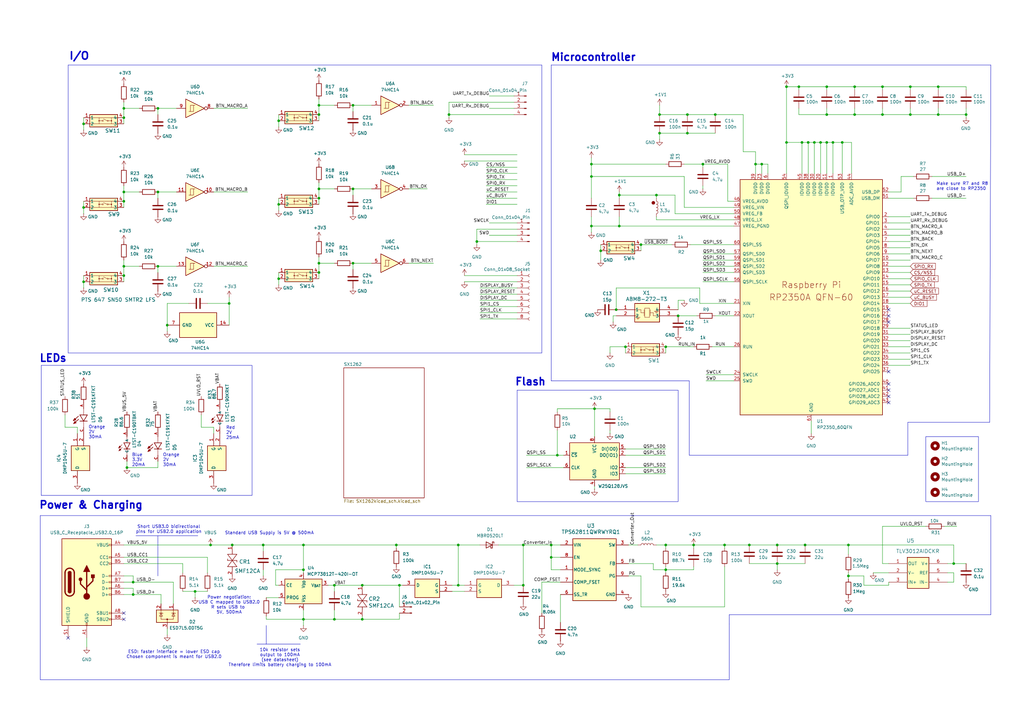
<source format=kicad_sch>
(kicad_sch (version 20231120) (generator "eeschema") (generator_version "8.0")
  (paper "A3")
  (title_block (title "VoidLink") (rev "2.0") (company "RF Doom"))
  (junction (at 54.61 243.84))
  (junction (at 336.55 58.42))
  (junction (at 350.52 35.56))
  (junction (at 184.15 46.99))
  (junction (at 114.3 83.82))
  (junction (at 124.46 233.68))
  (junction (at 144.78 43.18))
  (junction (at 64.77 78.74))
  (junction (at 361.95 46.99))
  (junction (at 273.05 142.24))
  (junction (at 52.07 191.77))
  (junction (at 50.8 113.03))
  (junction (at 148.59 254))
  (junction (at 137.16 240.03))
  (junction (at 144.78 107.95))
  (junction (at 144.78 77.47))
  (junction (at 347.98 223.52))
  (junction (at 284.48 223.52))
  (junction (at 318.77 231.14))
  (junction (at 130.81 46.99))
  (junction (at 242.57 72.39))
  (junction (at 347.98 236.22))
  (junction (at 50.8 78.74))
  (junction (at 163.83 240.03))
  (junction (at 187.96 223.52))
  (junction (at 130.81 77.47))
  (junction (at 226.06 223.52))
  (junction (at 68.58 133.35))
  (junction (at 391.16 231.14))
  (junction (at 361.95 35.56))
  (junction (at 64.77 44.45))
  (junction (at 330.2 223.52))
  (junction (at 297.18 223.52))
  (junction (at 34.29 115.57))
  (junction (at 214.63 223.52))
  (junction (at 228.6 186.69))
  (junction (at 50.8 48.26))
  (junction (at 281.94 46.99))
  (junction (at 86.36 223.52))
  (junction (at 345.44 58.42))
  (junction (at 254 80.01))
  (junction (at 339.09 58.42))
  (junction (at 226.06 228.6))
  (junction (at 350.52 46.99))
  (junction (at 331.47 58.42))
  (junction (at 327.66 35.56))
  (junction (at 339.09 35.56))
  (junction (at 334.01 58.42))
  (junction (at 269.24 80.01))
  (junction (at 50.8 109.22))
  (junction (at 130.81 81.28))
  (junction (at 187.96 240.03))
  (junction (at 246.38 102.87))
  (junction (at 328.93 58.42))
  (junction (at 256.54 142.24))
  (junction (at 195.58 99.06))
  (junction (at 137.16 254))
  (junction (at 50.8 44.45))
  (junction (at 270.51 46.99))
  (junction (at 242.57 67.31))
  (junction (at 130.81 111.76))
  (junction (at 242.57 92.71))
  (junction (at 50.8 82.55))
  (junction (at 270.51 54.61))
  (junction (at 124.46 223.52))
  (junction (at 162.56 223.52))
  (junction (at 54.61 238.76))
  (junction (at 252.73 127))
  (junction (at 273.05 233.68))
  (junction (at 114.3 114.3))
  (junction (at 384.81 35.56))
  (junction (at 114.3 49.53))
  (junction (at 322.58 58.42))
  (junction (at 93.98 124.46))
  (junction (at 373.38 46.99))
  (junction (at 318.77 223.52))
  (junction (at 293.37 46.99))
  (junction (at 322.58 35.56))
  (junction (at 95.25 223.52))
  (junction (at 307.34 223.52))
  (junction (at 278.13 129.54))
  (junction (at 309.88 67.31))
  (junction (at 312.42 67.31))
  (junction (at 281.94 54.61))
  (junction (at 148.59 240.03))
  (junction (at 339.09 46.99))
  (junction (at 262.89 100.33))
  (junction (at 34.29 85.09))
  (junction (at 124.46 254))
  (junction (at 130.81 107.95))
  (junction (at 64.77 109.22))
  (junction (at 254 92.71))
  (junction (at 80.01 242.57))
  (junction (at 396.24 46.99))
  (junction (at 373.38 35.56))
  (junction (at 384.81 46.99))
  (junction (at 34.29 50.8))
  (junction (at 243.84 167.64))
  (junction (at 107.95 223.52))
  (junction (at 288.29 67.31))
  (junction (at 130.81 43.18))
  (junction (at 273.05 223.52))
  (junction (at 341.63 58.42))
  (junction (at 214.63 240.03))
  (no_connect (at 27.94 261.62))
  (no_connect (at 364.49 157.48))
  (no_connect (at 50.8 254))
  (no_connect (at 50.8 251.46))
  (no_connect (at 364.49 162.56))
  (no_connect (at 364.49 165.1))
  (no_connect (at 364.49 132.08))
  (no_connect (at 364.49 152.4))
  (no_connect (at 364.49 127))
  (no_connect (at 364.49 129.54))
  (no_connect (at 364.49 160.02))
  (wire (pts (xy 384.81 44.45) (xy 384.81 46.99)))
  (wire (pts (xy 273.05 142.24) (xy 273.05 144.78)))
  (wire (pts (xy 369.57 72.39) (xy 374.65 72.39)))
  (wire (pts (xy 364.49 99.06) (xy 373.38 99.06)))
  (wire (pts (xy 339.09 35.56) (xy 350.52 35.56)))
  (wire (pts (xy 134.62 240.03) (xy 137.16 240.03)))
  (wire (pts (xy 350.52 36.83) (xy 350.52 35.56)))
  (wire (pts (xy 373.38 46.99) (xy 361.95 46.99)))
  (wire (pts (xy 214.63 223.52) (xy 226.06 223.52)))
  (polyline (pts (xy 406.4 26.67) (xy 405.892 173.228)))
  (wire (pts (xy 107.95 223.52) (xy 107.95 226.06)))
  (wire (pts (xy 50.8 241.3) (xy 54.61 241.3)))
  (wire (pts (xy 297.18 223.52) (xy 297.18 224.79)))
  (wire (pts (xy 327.66 44.45) (xy 327.66 46.99)))
  (wire (pts (xy 212.09 91.44) (xy 200.66 91.44)))
  (wire (pts (xy 114.3 49.53) (xy 114.3 52.07)))
  (wire (pts (xy 345.44 71.12) (xy 345.44 58.42)))
  (wire (pts (xy 281.94 54.61) (xy 293.37 54.61)))
  (wire (pts (xy 199.39 71.12) (xy 212.09 71.12)))
  (wire (pts (xy 270.51 54.61) (xy 270.51 57.15)))
  (wire (pts (xy 364.49 106.68) (xy 373.38 106.68)))
  (wire (pts (xy 269.24 90.17) (xy 300.99 90.17)))
  (wire (pts (xy 124.46 223.52) (xy 162.56 223.52)))
  (wire (pts (xy 80.01 242.57) (xy 80.01 245.11)))
  (wire (pts (xy 130.81 43.18) (xy 130.81 46.99)))
  (wire (pts (xy 68.58 124.46) (xy 68.58 133.35)))
  (wire (pts (xy 309.88 62.23) (xy 309.88 67.31)))
  (wire (pts (xy 364.49 134.62) (xy 373.38 134.62)))
  (wire (pts (xy 107.95 223.52) (xy 124.46 223.52)))
  (wire (pts (xy 284.48 223.52) (xy 284.48 224.79)))
  (wire (pts (xy 228.6 176.53) (xy 228.6 186.69)))
  (wire (pts (xy 288.29 111.76) (xy 300.99 111.76)))
  (wire (pts (xy 144.78 107.95) (xy 144.78 110.49)))
  (wire (pts (xy 361.95 44.45) (xy 361.95 46.99)))
  (wire (pts (xy 364.49 119.38) (xy 373.38 119.38)))
  (wire (pts (xy 388.62 234.95) (xy 391.16 234.95)))
  (polyline (pts (xy 299.085 252.095) (xy 299.085 255.905)))
  (wire (pts (xy 31.75 175.26) (xy 26.67 175.26)))
  (wire (pts (xy 327.66 36.83) (xy 327.66 35.56)))
  (wire (pts (xy 185.42 240.03) (xy 187.96 240.03)))
  (wire (pts (xy 50.8 236.22) (xy 54.61 236.22)))
  (wire (pts (xy 26.67 170.18) (xy 26.67 175.26)))
  (wire (pts (xy 373.38 36.83) (xy 373.38 35.56)))
  (wire (pts (xy 289.56 156.21) (xy 300.99 156.21)))
  (wire (pts (xy 361.95 231.14) (xy 361.95 215.9)))
  (wire (pts (xy 54.61 238.76) (xy 71.12 238.76)))
  (wire (pts (xy 364.49 137.16) (xy 373.38 137.16)))
  (wire (pts (xy 52.07 189.23) (xy 52.07 191.77)))
  (wire (pts (xy 95.25 223.52) (xy 107.95 223.52)))
  (wire (pts (xy 228.6 167.64) (xy 243.84 167.64)))
  (wire (pts (xy 262.89 236.22) (xy 262.89 248.92)))
  (wire (pts (xy 57.15 109.22) (xy 50.8 109.22)))
  (wire (pts (xy 72.39 109.22) (xy 64.77 109.22)))
  (wire (pts (xy 148.59 240.03) (xy 163.83 240.03)))
  (wire (pts (xy 354.33 240.03) (xy 354.33 236.22)))
  (wire (pts (xy 318.77 231.14) (xy 330.2 231.14)))
  (wire (pts (xy 304.8 46.99) (xy 304.8 62.23)))
  (wire (pts (xy 54.61 236.22) (xy 54.61 238.76)))
  (polyline (pts (xy 226.06 26.67) (xy 226.06 156.21)))
  (wire (pts (xy 270.51 43.18) (xy 270.51 46.99)))
  (wire (pts (xy 347.98 223.52) (xy 347.98 227.33)))
  (wire (pts (xy 322.58 35.56) (xy 322.58 58.42)))
  (wire (pts (xy 77.47 124.46) (xy 68.58 124.46)))
  (wire (pts (xy 34.29 115.57) (xy 34.29 118.11)))
  (wire (pts (xy 137.16 240.03) (xy 137.16 242.57)))
  (wire (pts (xy 68.58 257.81) (xy 68.58 260.35)))
  (wire (pts (xy 284.48 233.68) (xy 284.48 232.41)))
  (wire (pts (xy 190.5 113.03) (xy 212.09 113.03)))
  (wire (pts (xy 50.8 113.03) (xy 50.8 115.57)))
  (polyline (pts (xy 16.51 211.455) (xy 16.51 278.765)))
  (wire (pts (xy 364.49 109.22) (xy 373.38 109.22)))
  (polyline (pts (xy 372.364 173.228) (xy 405.892 173.228)))
  (wire (pts (xy 293.37 129.54) (xy 300.99 129.54)))
  (wire (pts (xy 114.3 46.99) (xy 114.3 49.53)))
  (wire (pts (xy 196.85 128.27) (xy 212.09 128.27)))
  (wire (pts (xy 281.94 46.99) (xy 293.37 46.99)))
  (wire (pts (xy 50.8 109.22) (xy 50.8 106.68)))
  (wire (pts (xy 252.73 129.54) (xy 251.46 129.54)))
  (wire (pts (xy 163.83 251.46) (xy 163.83 254)))
  (wire (pts (xy 304.8 62.23) (xy 309.88 62.23)))
  (wire (pts (xy 137.16 254) (xy 137.16 250.19)))
  (wire (pts (xy 228.6 186.69) (xy 231.14 186.69)))
  (polyline (pts (xy 16.51 211.455) (xy 406.4 211.455)))
  (wire (pts (xy 288.29 67.31) (xy 288.29 68.58)))
  (wire (pts (xy 284.48 223.52) (xy 297.18 223.52)))
  (wire (pts (xy 87.63 78.74) (xy 101.6 78.74)))
  (wire (pts (xy 199.39 76.2) (xy 212.09 76.2)))
  (wire (pts (xy 196.85 223.52) (xy 187.96 223.52)))
  (wire (pts (xy 276.86 87.63) (xy 276.86 80.01)))
  (wire (pts (xy 364.49 93.98) (xy 373.38 93.98)))
  (wire (pts (xy 322.58 58.42) (xy 328.93 58.42)))
  (wire (pts (xy 267.97 233.68) (xy 267.97 231.14)))
  (wire (pts (xy 85.09 228.6) (xy 85.09 234.95)))
  (wire (pts (xy 199.39 68.58) (xy 212.09 68.58)))
  (wire (pts (xy 152.4 43.18) (xy 144.78 43.18)))
  (wire (pts (xy 226.06 228.6) (xy 226.06 233.68)))
  (wire (pts (xy 66.04 243.84) (xy 66.04 247.65)))
  (wire (pts (xy 347.98 236.22) (xy 347.98 237.49)))
  (wire (pts (xy 137.16 77.47) (xy 130.81 77.47)))
  (wire (pts (xy 124.46 233.68) (xy 124.46 223.52)))
  (polyline (pts (xy 406.4 252.095) (xy 406.4 211.455)))
  (wire (pts (xy 148.59 252.73) (xy 148.59 254)))
  (wire (pts (xy 331.47 58.42) (xy 334.01 58.42)))
  (wire (pts (xy 256.54 191.77) (xy 273.05 191.77)))
  (wire (pts (xy 391.16 234.95) (xy 391.16 238.76)))
  (wire (pts (xy 273.05 233.68) (xy 267.97 233.68)))
  (wire (pts (xy 215.9 191.77) (xy 231.14 191.77)))
  (wire (pts (xy 242.57 67.31) (xy 242.57 72.39)))
  (wire (pts (xy 384.81 46.99) (xy 396.24 46.99)))
  (wire (pts (xy 167.64 77.47) (xy 175.26 77.47)))
  (wire (pts (xy 280.67 67.31) (xy 288.29 67.31)))
  (wire (pts (xy 243.84 167.64) (xy 243.84 179.07)))
  (wire (pts (xy 297.18 223.52) (xy 307.34 223.52)))
  (wire (pts (xy 214.63 240.03) (xy 210.82 240.03)))
  (wire (pts (xy 228.6 168.91) (xy 228.6 167.64)))
  (wire (pts (xy 373.38 35.56) (xy 384.81 35.56)))
  (wire (pts (xy 242.57 67.31) (xy 273.05 67.31)))
  (wire (pts (xy 222.25 238.76) (xy 222.25 251.46)))
  (wire (pts (xy 254 81.28) (xy 254 80.01)))
  (wire (pts (xy 327.66 35.56) (xy 339.09 35.56)))
  (wire (pts (xy 109.22 245.11) (xy 114.3 245.11)))
  (wire (pts (xy 384.81 46.99) (xy 373.38 46.99)))
  (wire (pts (xy 269.24 90.17) (xy 269.24 88.9)))
  (wire (pts (xy 130.81 43.18) (xy 130.81 40.64)))
  (wire (pts (xy 254 80.01) (xy 269.24 80.01)))
  (wire (pts (xy 396.24 44.45) (xy 396.24 46.99)))
  (wire (pts (xy 364.49 78.74) (xy 369.57 78.74)))
  (wire (pts (xy 349.25 58.42) (xy 349.25 71.12)))
  (wire (pts (xy 184.15 41.91) (xy 184.15 46.99)))
  (wire (pts (xy 71.12 238.76) (xy 71.12 247.65)))
  (wire (pts (xy 364.49 240.03) (xy 354.33 240.03)))
  (wire (pts (xy 162.56 223.52) (xy 162.56 224.79)))
  (wire (pts (xy 50.8 44.45) (xy 50.8 41.91)))
  (wire (pts (xy 347.98 223.52) (xy 391.16 223.52)))
  (wire (pts (xy 163.83 240.03) (xy 165.1 240.03)))
  (wire (pts (xy 269.24 80.01) (xy 269.24 81.28)))
  (wire (pts (xy 87.63 109.22) (xy 101.6 109.22)))
  (wire (pts (xy 278.13 123.19) (xy 280.67 123.19)))
  (wire (pts (xy 382.27 81.28) (xy 396.24 81.28)))
  (wire (pts (xy 195.58 99.06) (xy 195.58 100.33)))
  (wire (pts (xy 283.21 100.33) (xy 300.99 100.33)))
  (wire (pts (xy 262.89 100.33) (xy 262.89 102.87)))
  (wire (pts (xy 50.8 82.55) (xy 50.8 85.09)))
  (wire (pts (xy 212.09 73.66) (xy 199.39 73.66)))
  (wire (pts (xy 87.63 44.45) (xy 101.6 44.45)))
  (wire (pts (xy 50.8 109.22) (xy 50.8 113.03)))
  (wire (pts (xy 114.3 111.76) (xy 114.3 114.3)))
  (wire (pts (xy 307.34 223.52) (xy 318.77 223.52)))
  (wire (pts (xy 212.09 93.98) (xy 195.58 93.98)))
  (wire (pts (xy 391.16 223.52) (xy 391.16 231.14)))
  (wire (pts (xy 350.52 46.99) (xy 339.09 46.99)))
  (wire (pts (xy 200.66 39.37) (xy 210.82 39.37)))
  (wire (pts (xy 341.63 58.42) (xy 341.63 71.12)))
  (wire (pts (xy 124.46 250.19) (xy 124.46 254)))
  (wire (pts (xy 114.3 81.28) (xy 114.3 83.82)))
  (wire (pts (xy 361.95 46.99) (xy 350.52 46.99)))
  (wire (pts (xy 288.29 77.47) (xy 288.29 76.2)))
  (wire (pts (xy 332.74 172.72) (xy 332.74 177.8)))
  (wire (pts (xy 350.52 44.45) (xy 350.52 46.99)))
  (polyline (pts (xy 299.085 278.765) (xy 299.085 255.905)))
  (wire (pts (xy 287.02 124.46) (xy 287.02 118.11)))
  (wire (pts (xy 330.2 223.52) (xy 347.98 223.52)))
  (wire (pts (xy 307.34 231.14) (xy 318.77 231.14)))
  (wire (pts (xy 361.95 231.14) (xy 364.49 231.14)))
  (wire (pts (xy 57.15 78.74) (xy 50.8 78.74)))
  (wire (pts (xy 273.05 223.52) (xy 273.05 224.79)))
  (wire (pts (xy 364.49 142.24) (xy 373.38 142.24)))
  (wire (pts (xy 130.81 107.95) (xy 130.81 105.41)))
  (wire (pts (xy 273.05 142.24) (xy 284.48 142.24)))
  (wire (pts (xy 278.13 127) (xy 278.13 123.19)))
  (polyline (pts (xy 282.702 186.69) (xy 372.364 186.69)))
  (wire (pts (xy 137.16 43.18) (xy 130.81 43.18)))
  (wire (pts (xy 130.81 111.76) (xy 130.81 114.3)))
  (wire (pts (xy 364.49 147.32) (xy 373.38 147.32)))
  (wire (pts (xy 364.49 240.03) (xy 364.49 238.76)))
  (wire (pts (xy 54.61 241.3) (xy 54.61 243.84)))
  (wire (pts (xy 257.81 231.14) (xy 267.97 231.14)))
  (wire (pts (xy 196.85 125.73) (xy 212.09 125.73)))
  (wire (pts (xy 361.95 215.9) (xy 379.73 215.9)))
  (wire (pts (xy 74.93 242.57) (xy 80.01 242.57)))
  (wire (pts (xy 364.49 111.76) (xy 373.38 111.76)))
  (wire (pts (xy 246.38 100.33) (xy 246.38 102.87)))
  (wire (pts (xy 187.96 240.03) (xy 190.5 240.03)))
  (wire (pts (xy 144.78 77.47) (xy 144.78 80.01)))
  (wire (pts (xy 214.63 223.52) (xy 214.63 240.03)))
  (wire (pts (xy 72.39 44.45) (xy 64.77 44.45)))
  (wire (pts (xy 34.29 50.8) (xy 34.29 53.34)))
  (wire (pts (xy 242.57 72.39) (xy 280.67 72.39)))
  (polyline (pts (xy 109.22 256.54) (xy 109.22 264.16)))
  (wire (pts (xy 388.62 231.14) (xy 391.16 231.14)))
  (wire (pts (xy 339.09 58.42) (xy 341.63 58.42)))
  (wire (pts (xy 54.61 243.84) (xy 66.04 243.84)))
  (wire (pts (xy 190.5 66.04) (xy 212.09 66.04)))
  (wire (pts (xy 339.09 71.12) (xy 339.09 58.42)))
  (wire (pts (xy 50.8 78.74) (xy 50.8 82.55)))
  (wire (pts (xy 86.36 223.52) (xy 95.25 223.52)))
  (wire (pts (xy 50.8 238.76) (xy 54.61 238.76)))
  (wire (pts (xy 361.95 35.56) (xy 373.38 35.56)))
  (wire (pts (xy 242.57 92.71) (xy 254 92.71)))
  (wire (pts (xy 137.16 107.95) (xy 130.81 107.95)))
  (wire (pts (xy 184.15 46.99) (xy 210.82 46.99)))
  (wire (pts (xy 396.24 36.83) (xy 396.24 35.56)))
  (wire (pts (xy 298.45 67.31) (xy 298.45 82.55)))
  (wire (pts (xy 358.14 234.95) (xy 364.49 234.95)))
  (wire (pts (xy 364.49 121.92) (xy 373.38 121.92)))
  (wire (pts (xy 292.1 142.24) (xy 300.99 142.24)))
  (wire (pts (xy 339.09 36.83) (xy 339.09 35.56)))
  (wire (pts (xy 288.29 104.14) (xy 300.99 104.14)))
  (wire (pts (xy 229.87 233.68) (xy 226.06 233.68)))
  (wire (pts (xy 113.03 233.68) (xy 124.46 233.68)))
  (wire (pts (xy 50.8 44.45) (xy 50.8 48.26)))
  (wire (pts (xy 364.49 114.3) (xy 373.38 114.3)))
  (wire (pts (xy 312.42 67.31) (xy 312.42 71.12)))
  (wire (pts (xy 167.64 107.95) (xy 177.8 107.95)))
  (wire (pts (xy 190.5 115.57) (xy 212.09 115.57)))
  (wire (pts (xy 256.54 142.24) (xy 256.54 144.78)))
  (wire (pts (xy 364.49 91.44) (xy 373.38 91.44)))
  (wire (pts (xy 229.87 238.76) (xy 222.25 238.76)))
  (wire (pts (xy 87.63 175.26) (xy 82.55 175.26)))
  (wire (pts (xy 187.96 223.52) (xy 187.96 240.03)))
  (wire (pts (xy 256.54 184.15) (xy 273.05 184.15)))
  (polyline (pts (xy 16.51 278.765) (xy 299.085 278.765)))
  (wire (pts (xy 309.88 67.31) (xy 312.42 67.31)))
  (polyline (pts (xy 226.06 26.67) (xy 406.4 26.67)))
  (wire (pts (xy 288.29 106.68) (xy 300.99 106.68)))
  (wire (pts (xy 35.56 265.43) (xy 35.56 261.62)))
  (wire (pts (xy 331.47 71.12) (xy 331.47 58.42)))
  (wire (pts (xy 184.15 46.99) (xy 184.15 48.26)))
  (wire (pts (xy 250.19 142.24) (xy 250.19 144.78)))
  (wire (pts (xy 64.77 189.23) (xy 64.77 191.77)))
  (wire (pts (xy 229.87 243.84) (xy 229.87 255.27)))
  (wire (pts (xy 242.57 88.9) (xy 242.57 92.71)))
  (wire (pts (xy 163.83 240.03) (xy 163.83 248.92)))
  (wire (pts (xy 273.05 223.52) (xy 284.48 223.52)))
  (wire (pts (xy 334.01 71.12) (xy 334.01 58.42)))
  (wire (pts (xy 364.49 144.78) (xy 373.38 144.78)))
  (wire (pts (xy 212.09 96.52) (xy 200.66 96.52)))
  (wire (pts (xy 226.06 228.6) (xy 226.06 223.52)))
  (wire (pts (xy 250.19 176.53) (xy 250.19 177.8)))
  (wire (pts (xy 262.89 248.92) (xy 297.18 248.92)))
  (wire (pts (xy 124.46 254) (xy 124.46 256.54)))
  (wire (pts (xy 52.07 191.77) (xy 64.77 191.77)))
  (wire (pts (xy 336.55 71.12) (xy 336.55 58.42)))
  (wire (pts (xy 364.49 124.46) (xy 373.38 124.46)))
  (wire (pts (xy 144.78 43.18) (xy 144.78 45.72)))
  (wire (pts (xy 354.33 236.22) (xy 347.98 236.22)))
  (wire (pts (xy 364.49 88.9) (xy 373.38 88.9)))
  (wire (pts (xy 256.54 194.31) (xy 273.05 194.31)))
  (wire (pts (xy 80.01 242.57) (xy 85.09 242.57)))
  (wire (pts (xy 288.29 115.57) (xy 300.99 115.57)))
  (polyline (pts (xy 299.085 252.095) (xy 406.4 252.095)))
  (wire (pts (xy 68.58 133.35) (xy 68.58 135.89)))
  (polyline (pts (xy 55.753 219.71) (xy 81.153 219.71)))
  (wire (pts (xy 391.16 231.14) (xy 396.24 231.14)))
  (wire (pts (xy 339.09 44.45) (xy 339.09 46.99)))
  (wire (pts (xy 257.81 223.52) (xy 261.62 223.52)))
  (wire (pts (xy 250.19 142.24) (xy 256.54 142.24)))
  (polyline (pts (xy 282.702 156.21) (xy 226.06 156.21)))
  (wire (pts (xy 288.29 67.31) (xy 298.45 67.31)))
  (wire (pts (xy 34.29 82.55) (xy 34.29 85.09)))
  (wire (pts (xy 34.29 48.26) (xy 34.29 50.8)))
  (wire (pts (xy 297.18 232.41) (xy 297.18 248.92)))
  (wire (pts (xy 215.9 186.69) (xy 228.6 186.69)))
  (wire (pts (xy 199.39 83.82) (xy 212.09 83.82)))
  (wire (pts (xy 34.29 85.09) (xy 34.29 87.63)))
  (wire (pts (xy 114.3 114.3) (xy 114.3 116.84)))
  (wire (pts (xy 373.38 44.45) (xy 373.38 46.99)))
  (wire (pts (xy 369.57 72.39) (xy 369.57 78.74)))
  (wire (pts (xy 124.46 254) (xy 137.16 254)))
  (wire (pts (xy 270.51 54.61) (xy 281.94 54.61)))
  (wire (pts (xy 339.09 46.99) (xy 327.66 46.99)))
  (wire (pts (xy 107.95 233.68) (xy 107.95 236.22)))
  (wire (pts (xy 364.49 101.6) (xy 373.38 101.6)))
  (wire (pts (xy 246.38 106.68) (xy 246.38 102.87)))
  (wire (pts (xy 314.96 67.31) (xy 314.96 71.12)))
  (wire (pts (xy 130.81 77.47) (xy 130.81 74.93)))
  (wire (pts (xy 87.63 177.8) (xy 87.63 175.26)))
  (wire (pts (xy 364.49 104.14) (xy 373.38 104.14)))
  (wire (pts (xy 167.64 43.18) (xy 177.8 43.18)))
  (wire (pts (xy 270.51 46.99) (xy 281.94 46.99)))
  (wire (pts (xy 289.56 153.67) (xy 300.99 153.67)))
  (wire (pts (xy 199.39 78.74) (xy 212.09 78.74)))
  (wire (pts (xy 93.98 133.35) (xy 93.98 124.46)))
  (wire (pts (xy 350.52 35.56) (xy 361.95 35.56)))
  (wire (pts (xy 293.37 46.99) (xy 304.8 46.99)))
  (wire (pts (xy 252.73 118.11) (xy 252.73 127)))
  (wire (pts (xy 334.01 58.42) (xy 336.55 58.42)))
  (wire (pts (xy 72.39 78.74) (xy 64.77 78.74)))
  (wire (pts (xy 256.54 186.69) (xy 273.05 186.69)))
  (wire (pts (xy 318.77 231.14) (xy 318.77 233.68)))
  (polyline (pts (xy 372.364 186.69) (xy 372.364 173.228)))
  (wire (pts (xy 242.57 92.71) (xy 242.57 95.25)))
  (wire (pts (xy 364.49 139.7) (xy 373.38 139.7)))
  (wire (pts (xy 336.55 58.42) (xy 339.09 58.42)))
  (wire (pts (xy 322.58 35.56) (xy 327.66 35.56)))
  (wire (pts (xy 322.58 58.42) (xy 322.58 71.12)))
  (wire (pts (xy 257.81 236.22) (xy 262.89 236.22)))
  (wire (pts (xy 242.57 64.77) (xy 242.57 67.31)))
  (wire (pts (xy 345.44 58.42) (xy 349.25 58.42)))
  (wire (pts (xy 243.84 199.39) (xy 243.84 200.66)))
  (wire (pts (xy 384.81 35.56) (xy 396.24 35.56)))
  (wire (pts (xy 287.02 118.11) (xy 252.73 118.11)))
  (wire (pts (xy 82.55 170.18) (xy 82.55 175.26)))
  (wire (pts (xy 287.02 124.46) (xy 300.99 124.46)))
  (wire (pts (xy 148.59 254) (xy 163.83 254)))
  (wire (pts (xy 384.81 36.83) (xy 384.81 35.56)))
  (wire (pts (xy 64.77 109.22) (xy 64.77 111.76)))
  (wire (pts (xy 318.77 223.52) (xy 330.2 223.52)))
  (wire (pts (xy 74.93 234.95) (xy 74.93 231.14)))
  (wire (pts (xy 50.8 243.84) (xy 54.61 243.84)))
  (wire (pts (xy 341.63 58.42) (xy 345.44 58.42)))
  (wire (pts (xy 328.93 58.42) (xy 331.47 58.42)))
  (wire (pts (xy 396.24 46.99) (xy 396.24 48.26)))
  (wire (pts (xy 114.3 240.03) (xy 113.03 240.03)))
  (wire (pts (xy 273.05 233.68) (xy 284.48 233.68)))
  (polyline (pts (xy 105.41 264.16) (xy 123.19 264.16)))
  (wire (pts (xy 312.42 67.31) (xy 314.96 67.31)))
  (wire (pts (xy 280.67 85.09) (xy 300.99 85.09)))
  (wire (pts (xy 226.06 223.52) (xy 229.87 223.52)))
  (wire (pts (xy 364.49 96.52) (xy 373.38 96.52)))
  (wire (pts (xy 309.88 67.31) (xy 309.88 71.12)))
  (wire (pts (xy 130.81 81.28) (xy 130.81 83.82)))
  (wire (pts (xy 199.39 81.28) (xy 212.09 81.28)))
  (wire (pts (xy 204.47 223.52) (xy 214.63 223.52)))
  (wire (pts (xy 196.85 130.81) (xy 212.09 130.81)))
  (wire (pts (xy 93.98 121.92) (xy 93.98 124.46)))
  (wire (pts (xy 212.09 99.06) (xy 195.58 99.06)))
  (wire (pts (xy 196.85 120.65) (xy 212.09 120.65)))
  (wire (pts (xy 130.81 46.99) (xy 130.81 49.53)))
  (wire (pts (xy 64.77 44.45) (xy 64.77 46.99)))
  (wire (pts (xy 184.15 41.91) (xy 210.82 41.91)))
  (wire (pts (xy 364.49 116.84) (xy 373.38 116.84)))
  (wire (pts (xy 229.87 228.6) (xy 226.06 228.6)))
  (wire (pts (xy 57.15 44.45) (xy 50.8 44.45)))
  (wire (pts (xy 300.99 87.63) (xy 276.86 87.63)))
  (wire (pts (xy 50.8 228.6) (xy 85.09 228.6)))
  (wire (pts (xy 280.67 72.39) (xy 280.67 85.09)))
  (wire (pts (xy 387.35 215.9) (xy 392.43 215.9)))
  (wire (pts (xy 288.29 109.22) (xy 300.99 109.22)))
  (wire (pts (xy 328.93 71.12) (xy 328.93 58.42)))
  (wire (pts (xy 388.62 238.76) (xy 391.16 238.76)))
  (wire (pts (xy 190.5 63.5) (xy 212.09 63.5)))
  (wire (pts (xy 109.22 252.73) (xy 109.22 254)))
  (wire (pts (xy 250.19 167.64) (xy 243.84 167.64)))
  (wire (pts (xy 269.24 223.52) (xy 273.05 223.52)))
  (wire (pts (xy 200.66 44.45) (xy 210.82 44.45)))
  (wire (pts (xy 196.85 118.11) (xy 212.09 118.11)))
  (wire (pts (xy 382.27 72.39) (xy 396.24 72.39)))
  (wire (pts (xy 50.8 78.74) (xy 50.8 76.2)))
  (wire (pts (xy 273.05 233.68) (xy 273.05 234.95)))
  (wire (pts (xy 130.81 107.95) (xy 130.81 111.76)))
  (wire (pts (xy 124.46 234.95) (xy 124.46 233.68)))
  (wire (pts (xy 196.85 123.19) (xy 212.09 123.19)))
  (wire (pts (xy 137.16 254) (xy 148.59 254)))
  (wire (pts (xy 242.57 72.39) (xy 242.57 81.28)))
  (wire (pts (xy 114.3 83.82) (xy 114.3 86.36)))
  (wire (pts (xy 364.49 81.28) (xy 374.65 81.28)))
  (wire (pts (xy 50.8 223.52) (xy 86.36 223.52)))
  (wire (pts (xy 364.49 149.86) (xy 373.38 149.86)))
  (wire (pts (xy 152.4 77.47) (xy 144.78 77.47)))
  (wire (pts (xy 185.42 242.57) (xy 190.5 242.57)))
  (wire (pts (xy 273.05 232.41) (xy 273.05 233.68)))
  (wire (pts (xy 64.77 78.74) (xy 64.77 81.28)))
  (wire (pts (xy 278.13 129.54) (xy 285.75 129.54)))
  (wire (pts (xy 50.8 48.26) (xy 50.8 50.8)))
  (wire (pts (xy 254 88.9) (xy 254 92.71)))
  (wire (pts (xy 50.8 231.14) (xy 74.93 231.14)))
  (wire (pts (xy 162.56 223.52) (xy 187.96 223.52)))
  (wire (pts (xy 109.22 254) (xy 124.46 254)))
  (wire (pts (xy 276.86 80.01) (xy 269.24 80.01)))
  (wire (pts (xy 93.98 124.46) (xy 85.09 124.46)))
  (wire (pts (xy 195.58 93.98) (xy 195.58 99.06)))
  (wire (pts (xy 254 92.71) (xy 300.99 92.71)))
  (polyline (pts (xy 64.77 236.22) (xy 64.77 219.71)))
  (wire (pts (xy 152.4 107.95) (xy 144.78 107.95)))
  (wire (pts (xy 34.29 113.03) (xy 34.29 115.57)))
  (wire (pts (xy 262.89 100.33) (xy 275.59 100.33)))
  (wire (pts (xy 361.95 36.83) (xy 361.95 35.56)))
  (wire (pts (xy 137.16 240.03) (xy 148.59 240.03)))
  (wire (pts (xy 298.45 82.55) (xy 300.99 82.55)))
  (wire (pts (xy 31.75 177.8) (xy 31.75 175.26)))
  (wire (pts (xy 113.03 240.03) (xy 113.03 233.68)))
  (wire (pts (xy 251.46 129.54) (xy 251.46 132.08)))
  (wire (pts (xy 250.19 168.91) (xy 250.19 167.64)))
  (wire (pts (xy 254 78.74) (xy 254 80.01)))
  (polyline (pts (xy 282.702 186.69) (xy 282.702 156.21)))
  (wire (pts (xy 347.98 234.95) (xy 347.98 236.22)))
  (wire (pts (xy 130.81 77.47) (xy 130.81 81.28)))
  (circle (center 267.97 83.185) (radius 0.635) (stroke (width 0) (color 132 0 0 1)) (fill (type color) (color 132 0 0 1)))
  (rectangle (start 212.09 160.02) (end 278.13 205.74))
  (rectangle (start 27.94 26.67) (end 222.25 144.78))
  (rectangle (start 379.73 179.07) (end 401.32 205.74))
  (rectangle (start 16.891 149.86) (end 103.378 203.2))
  (text "Orange\n2V\n30mA" (at 36.322 177.292 0) (effects (font (size 1.27 1.27)) (justify left)))
  (text "Flash" (at 211.074 158.496 0) (effects (font (size 3.048 3.048) (thickness 0.6096) (bold yes)) (justify left bottom)))
  (text "10k resistor sets\noutput to 100mA\n(see datasheet)\nTherefore limits battery charging to 100mA" (at 114.808 269.748 0) (effects (font (size 1.27 1.27))))
  (text "LEDs" (at 16.002 148.844 0) (effects (font (size 3.048 3.048) (thickness 0.6096) (bold yes)) (justify left bottom)))
  (text "Standard USB Supply is 5V @ 500mA" (at 110.49 218.694 0) (effects (font (size 1.27 1.27))))
  (text "Power negotiation:\nUSB C mapped to USB2.0\nR sets USB to \n5V, 500mA" (at 93.98 248.158 0) (effects (font (size 1.27 1.27))))
  (text "ESD: faster interface = lower ESD cap\nChosen component is meant for USB2.0" (at 71.374 268.478 0) (effects (font (size 1.27 1.27))))
  (text "Make sure R7 and R8 \nare close to RP2350\n" (at 384.048 78.232 0) (effects (font (size 1.27 1.27)) (justify left bottom)))
  (text "Short USB3.0 bidirectional\npins for USB2.0 application" (at 69.215 217.17 0) (effects (font (size 1.27 1.27))))
  (text "I/O" (at 28.194 24.892 0) (effects (font (size 3.048 3.048) (thickness 0.6096) (bold yes)) (justify left bottom)))
  (text "Orange\n2V\n30mA" (at 66.802 188.722 0) (effects (font (size 1.27 1.27)) (justify left)))
  (text "Red\n2V\n25mA" (at 92.71 177.546 0) (effects (font (size 1.27 1.27)) (justify left)))
  (text "Power & Charging" (at 37.338 207.264 0) (effects (font (size 3.048 3.048) (thickness 0.6096) (bold yes))))
  (text "Blue\n3.3V\n20mA" (at 54.102 188.722 0) (effects (font (size 1.27 1.27)) (justify left)))
  (text "Microcontroller" (at 225.806 25.4 0) (effects (font (size 3.048 3.048) (thickness 0.6096) (bold yes)) (justify left bottom)))
  (label "UART_Rx_DEBUG" (at 200.66 44.45 180))
  (label "PG" (at 257.81 236.22 0))
  (label "QSPI_SCLK" (at 288.29 115.57 0))
  (label "SPI0_TX" (at 199.39 73.66 0))
  (label "SPI1_CS" (at 373.38 144.78 0))
  (label "BTN_MACRO_A" (at 373.38 93.98 0))
  (label "CS{slash}NSS" (at 199.39 68.58 0))
  (label "USB_D+" (at 55.88 243.84 0))
  (label "SWD" (at 200.66 96.52 180))
  (label "USB_D-" (at 55.88 238.76 0))
  (label "Converter_Out" (at 260.35 223.52 90))
  (label "QSPI_SD2" (at 288.29 109.22 0))
  (label "QSPI_SD0" (at 288.29 104.14 0))
  (label "~{USB_BOOT}" (at 264.16 100.33 0))
  (label "STATUS_LED" (at 26.67 162.56 90))
  (label "QSPI_SS" (at 288.29 100.33 0))
  (label "UART_Rx_DEBUG" (at 373.38 91.44 0))
  (label "BTN_MACRO_A" (at 101.6 44.45 180))
  (label "DISPLAY_BUSY" (at 196.85 118.11 0))
  (label "STATUS_LED" (at 373.38 134.62 0))
  (label "QSPI_SD1" (at 288.29 106.68 0))
  (label "UART_Tx_DEBUG" (at 200.66 39.37 180))
  (label "UART_Tx_DEBUG" (at 373.38 88.9 0))
  (label "DISPLAY_DC" (at 373.38 142.24 0))
  (label "VBAT" (at 90.17 157.48 90))
  (label "VBUS_5V" (at 52.07 168.91 90))
  (label "DISPLAY_BUSY" (at 373.38 137.16 0))
  (label "UVLO_RST" (at 82.55 162.56 90))
  (label "UVLO_RST" (at 378.46 215.9 180))
  (label "BTN_OK" (at 175.26 77.47 180))
  (label "QSPI_SD3" (at 273.05 194.31 180))
  (label "QSPI_SCLK" (at 215.9 191.77 0))
  (label "SWD" (at 289.56 156.21 0))
  (label "COMP_FSET" (at 229.87 238.76 180))
  (label "BTN_BACK" (at 177.8 43.18 180))
  (label "DISPLAY_DC" (at 196.85 123.19 0))
  (label "BTN_MACRO_B" (at 101.6 78.74 180))
  (label "QSPI_SD3" (at 288.29 111.76 0))
  (label "uC_BUSY" (at 199.39 81.28 0))
  (label "RUN" (at 293.37 142.24 0))
  (label "SPI1_CS" (at 196.85 125.73 0))
  (label "DISPLAY_RESET" (at 196.85 120.65 0))
  (label "VBAT" (at 64.77 168.91 90))
  (label "SPI0_CLK" (at 199.39 71.12 0))
  (label "SWCLK" (at 289.56 153.67 0))
  (label "SPI1_TX" (at 196.85 130.81 0))
  (label "SPI1_TX" (at 373.38 149.86 0))
  (label "DIO1" (at 199.39 83.82 0))
  (label "RUN" (at 392.43 215.9 180))
  (label "BTN_MACRO_C" (at 373.38 106.68 0))
  (label "FB" (at 257.81 231.14 0))
  (label "SPI1_CLK" (at 373.38 147.32 0))
  (label "VBUS_5V" (at 52.07 223.52 0))
  (label "XIN" (at 294.64 124.46 0))
  (label "QSPI_SS" (at 215.9 186.69 0))
  (label "QSPI_SD0" (at 273.05 184.15 180))
  (label "USB_D-" (at 396.24 81.28 180))
  (label "USB_CC1" (at 52.07 228.6 0))
  (label "QSPI_SD2" (at 273.05 191.77 180))
  (label "USB_D+" (at 396.24 72.39 180))
  (label "VREG_LX" (at 287.02 90.17 0))
  (label "USB_CC2" (at 52.07 231.14 0))
  (label "BTN_OK" (at 373.38 101.6 0))
  (label "XOUT" (at 294.64 129.54 0))
  (label "BTN_MACRO_B" (at 373.38 96.52 0))
  (label "BTN_NEXT" (at 177.8 107.95 180))
  (label "DISPLAY_RESET" (at 373.38 139.7 0))
  (label "VBAT" (at 137.16 240.03 0))
  (label "QSPI_SD1" (at 273.05 186.69 180))
  (label "uC_RESET" (at 199.39 78.74 0))
  (label "SWCLK" (at 200.66 91.44 180))
  (label "BTN_MACRO_C" (at 101.6 109.22 180))
  (label "SPI0_RX" (at 199.39 76.2 0))
  (label "Converter_In" (at 214.63 223.52 0))
  (label "RUN_IN" (at 278.13 142.24 0))
  (label "BTN_BACK" (at 373.38 99.06 0))
  (label "VREG_AVDD" (at 288.925 67.31 0))
  (label "SPI1_CLK" (at 196.85 128.27 0))
  (label "BTN_NEXT" (at 373.38 104.14 0))
  (global_label "SPIO_RX" (shape input) (at 373.38 109.22 0) (property "Intersheetrefs" "${INTERSHEET_REFS}" (effects (hide yes))))
  (global_label "DIO1" (shape input) (at 373.38 124.46 0) (property "Intersheetrefs" "${INTERSHEET_REFS}" (effects (hide yes))))
  (global_label "SPI0_TX" (shape input) (at 373.38 116.84 0) (property "Intersheetrefs" "${INTERSHEET_REFS}" (effects (hide yes))))
  (global_label "CS{slash}NSS" (shape input) (at 373.38 111.76 0) (property "Intersheetrefs" "${INTERSHEET_REFS}" (effects (hide yes))))
  (global_label "uC_BUSY" (shape input) (at 373.38 121.92 0) (property "Intersheetrefs" "${INTERSHEET_REFS}" (effects (hide yes))))
  (global_label "SPIO_CLK" (shape input) (at 373.38 114.3 0) (property "Intersheetrefs" "${INTERSHEET_REFS}" (effects (hide yes))))
  (global_label "uC_RESET" (shape input) (at 373.38 119.38 0) (property "Intersheetrefs" "${INTERSHEET_REFS}" (effects (hide yes))))
  (symbol (lib_id "Mechanical:MountingHole") (at 383.54 182.88 0) (unit 1) (in_bom no)
    (property "Reference" "H1" (at 386.08 181.7116 0) (effects (justify left)))
    (property "Value" "MountingHole" (at 386.08 184.023 0) (effects (justify left)))
    (property "Footprint" "MountingHole:MountingHole_2.7mm_M2.5" (effects (hide yes)))
  )
  (symbol (lib_id "My_Library:LTST-C190KRKT") (at 90.17 172.72 90) (unit 1)
    (property "Reference" "D3" (at 95.504 170.434 0) (effects (justify right)))
    (property "Value" "LTST-C190KRKT" (at 93.218 157.48 0) (effects (justify right)))
    (property "Footprint" "My_Footprints:LEDC1608X35N_red" (effects (hide yes)))
    (property "LCSC" "C94869" (effects (hide yes)))
  )
  (symbol (lib_id "Mechanical:MountingHole") (at 383.54 201.93 0) (unit 1) (in_bom no)
    (property "Reference" "H4" (at 386.08 200.7616 0) (effects (justify left)))
    (property "Value" "MountingHole" (at 386.08 203.073 0) (effects (justify left)))
    (property "Footprint" "MountingHole:MountingHole_2.7mm_M2.5" (effects (hide yes)))
  )
  (symbol (lib_id "power:GND") (at 229.87 262.89 0) (unit 1)
    (property "Reference" "#PWR046" (effects (hide yes)))
    (property "Value" "GND" (at 229.87 267.97 0))
    (property "Description" "Power symbol creates a global label with name \"GND\" , ground" (effects (hide yes)))
  )
  (symbol (lib_id "power:GND") (at 280.67 123.19 0) (unit 1)
    (property "Reference" "#PWR014" (effects (hide yes)))
    (property "Value" "GND" (at 284.48 123.19 0))
    (property "Description" "Power symbol creates a global label with name \"GND\" , ground" (effects (hide yes)))
  )
  (symbol (lib_id "Device:C") (at 144.78 114.3 0) (unit 1)
    (property "Reference" "C24" (at 148.59 113.0299 0) (effects (justify left)))
    (property "Value" "0.1u" (at 148.59 115.5699 0) (effects (justify left)))
    (property "Footprint" "Capacitor_SMD:C_0402_1005Metric" (effects (hide yes)))
    (property "Description" "Unpolarized capacitor" (effects (hide yes)))
    (property "LCSC" "C1525" (effects (hide yes)))
  )
  (symbol (lib_id "power:+3V3") (at 130.81 33.02 0) (unit 1)
    (property "Reference" "#PWR037" (effects (hide yes)))
    (property "Value" "+3V3" (at 131.191 28.6258 0))
  )
  (symbol (lib_id "Device:C") (at 281.94 50.8 0) (unit 1)
    (property "Reference" "C15" (at 285.75 49.5299 0) (effects (justify left)))
    (property "Value" "4.7u" (at 285.75 52.0699 0) (effects (justify left)))
    (property "Footprint" "Capacitor_SMD:C_0402_1005Metric" (effects (hide yes)))
    (property "Description" "Unpolarized capacitor" (effects (hide yes)))
    (property "LCSC" "C23733" (effects (hide yes)))
  )
  (symbol (lib_name "PTS_647_SN50_SMTR2_LFS_1") (lib_id "My_Library:PTS_647_SN50_SMTR2_LFS") (at 29.21 82.55 0) (unit 1)
    (property "Reference" "SW9" (at 46.736 87.884 0) (effects (font (size 1.524 1.524))))
    (property "Value" "PTS 647 SN50 SMTR2 LFS" (effects (hide yes)))
    (property "Footprint" "My_Footprints:PTS 647 SN50 SMTR2 LFS" (effects (hide yes)))
    (property "Datasheet" "PTS 647 SN50 SMTR2 LFS" (effects (hide yes)))
    (property "LCSC" "C2799414" (effects (hide yes)))
  )
  (symbol (lib_id "Device:C") (at 107.95 229.87 0) (unit 1)
    (property "Reference" "C17" (at 111.76 228.5999 0) (effects (justify left)))
    (property "Value" "4.7u" (at 111.76 231.1399 0) (effects (justify left)))
    (property "Footprint" "Capacitor_SMD:C_0805_2012Metric" (effects (hide yes)))
    (property "Description" "Unpolarized capacitor" (effects (hide yes)))
    (property "LCSC" "C1746" (effects (hide yes)))
  )
  (symbol (lib_id "power:GND") (at 34.29 118.11 0) (mirror y) (unit 1)
    (property "Reference" "#PWR047" (effects (hide yes)))
    (property "Value" "GND" (at 38.1 119.38 0))
  )
  (symbol (lib_id "Device:R") (at 288.29 142.24 90) (unit 1)
    (property "Reference" "R1" (at 288.29 145.034 90))
    (property "Value" "1k" (at 288.29 138.43 90))
    (property "Footprint" "Resistor_SMD:R_0402_1005Metric" (effects (hide yes)))
    (property "Description" "Resistor" (effects (hide yes)))
    (property "LCSC" "C11702" (effects (hide yes)))
  )
  (symbol (lib_id "power:+1V1") (at 270.51 43.18 0) (unit 1)
    (property "Reference" "#PWR038" (effects (hide yes)))
    (property "Value" "+1V1" (at 270.891 38.7858 0))
  )
  (symbol (lib_id "power:GND") (at 64.77 54.61 0) (mirror y) (unit 1)
    (property "Reference" "#PWR051" (effects (hide yes)))
    (property "Value" "GND" (at 68.58 55.88 0))
  )
  (symbol (lib_id "Device:R") (at 347.98 231.14 0) (unit 1)
    (property "Reference" "R29" (at 349.758 229.87 0) (effects (justify left)))
    (property "Value" "1.5Meg" (at 349.504 232.156 0) (effects (justify left)))
    (property "Footprint" "Resistor_SMD:R_0402_1005Metric" (effects (hide yes)))
    (property "Description" "Resistor" (effects (hide yes)))
    (property "LCSC" "C11812" (effects (hide yes)))
  )
  (symbol (lib_id "power:GND") (at 34.29 53.34 0) (mirror y) (unit 1)
    (property "Reference" "#PWR018" (effects (hide yes)))
    (property "Value" "GND" (at 38.1 54.61 0))
  )
  (symbol (lib_id "Device:R") (at 273.05 238.76 0) (unit 1)
    (property "Reference" "R11" (at 275.59 237.4899 0) (effects (justify left)))
    (property "Value" "19.6k" (at 275.59 240.0299 0) (effects (justify left)))
    (property "Footprint" "Resistor_SMD:R_0402_1005Metric" (effects (hide yes)))
    (property "Description" "Resistor" (effects (hide yes)))
    (property "LCSC" "C26959" (effects (hide yes)))
  )
  (symbol (lib_id "power:+3V3") (at 190.5 63.5 0) (unit 1)
    (property "Reference" "#PWR030" (effects (hide yes)))
    (property "Value" "+3V3" (at 190.881 59.1058 0))
  )
  (symbol (lib_id "Mechanical:MountingHole") (at 383.54 189.23 0) (unit 1) (in_bom no)
    (property "Reference" "H2" (at 386.08 188.0616 0) (effects (justify left)))
    (property "Value" "MountingHole" (at 386.08 190.373 0) (effects (justify left)))
    (property "Footprint" "MountingHole:MountingHole_2.7mm_M2.5" (effects (hide yes)))
  )
  (symbol (lib_id "Device:R") (at 289.56 129.54 90) (unit 1)
    (property "Reference" "R9" (at 289.56 127 90))
    (property "Value" "1k" (at 289.56 131.826 90))
    (property "Footprint" "Resistor_SMD:R_0402_1005Metric" (effects (hide yes)))
    (property "Description" "Resistor" (effects (hide yes)))
    (property "LCSC" "C11702" (effects (hide yes)))
  )
  (symbol (lib_id "power:+3V3") (at 284.48 223.52 0) (unit 1)
    (property "Reference" "#PWR059" (effects (hide yes)))
    (property "Value" "+3V3" (at 284.861 219.1258 0))
  )
  (symbol (lib_id "power:GND") (at 184.15 48.26 0) (mirror y) (unit 1)
    (property "Reference" "#PWR061" (effects (hide yes)))
    (property "Value" "GND" (at 184.15 53.34 0))
    (property "Description" "Power symbol creates a global label with name \"GND\" , ground" (effects (hide yes)))
  )
  (symbol (lib_id "Device:C") (at 144.78 49.53 0) (unit 1)
    (property "Reference" "C21" (at 148.59 48.2599 0) (effects (justify left)))
    (property "Value" "0.1u" (at 148.59 50.7999 0) (effects (justify left)))
    (property "Footprint" "Capacitor_SMD:C_0402_1005Metric" (effects (hide yes)))
    (property "Description" "Unpolarized capacitor" (effects (hide yes)))
    (property "LCSC" "C1525" (effects (hide yes)))
  )
  (symbol (lib_id "power:GND") (at 87.63 198.12 0) (unit 1)
    (property "Reference" "#PWR063" (effects (hide yes)))
    (property "Value" "GND" (at 90.932 200.914 0))
    (property "Description" "Power symbol creates a global label with name \"GND\" , ground" (effects (hide yes)))
  )
  (symbol (lib_id "power:GND") (at 114.3 52.07 0) (mirror y) (unit 1)
    (property "Reference" "#PWR019" (effects (hide yes)))
    (property "Value" "GND" (at 118.11 53.34 0))
  )
  (symbol (lib_id "power:GND") (at 144.78 87.63 0) (mirror y) (unit 1)
    (property "Reference" "#PWR041" (effects (hide yes)))
    (property "Value" "GND" (at 148.59 88.9 0))
  )
  (symbol (lib_id "Device:R") (at 130.81 101.6 0) (unit 1)
    (property "Reference" "R20" (at 133.35 100.3299 0) (effects (justify left)))
    (property "Value" "10k" (at 133.35 102.8699 0) (effects (justify left)))
    (property "Footprint" "Resistor_SMD:R_0402_1005Metric" (effects (hide yes)))
    (property "Description" "Resistor" (effects (hide yes)))
    (property "LCSC" "C25744" (effects (hide yes)))
  )
  (symbol (lib_id "power:GND") (at 68.58 135.89 0) (mirror y) (unit 1)
    (property "Reference" "#PWR034" (effects (hide yes)))
    (property "Value" "GND" (at 71.12 139.7 0))
  )
  (symbol (lib_id "Device:R") (at 60.96 44.45 90) (unit 1)
    (property "Reference" "R25" (at 60.96 38.1 90))
    (property "Value" "10k" (at 60.96 40.64 90))
    (property "Footprint" "Resistor_SMD:R_0402_1005Metric" (effects (hide yes)))
    (property "Description" "Resistor" (effects (hide yes)))
    (property "LCSC" "C25744" (effects (hide yes)))
  )
  (symbol (lib_id "Device:R") (at 64.77 172.72 0) (unit 1)
    (property "Reference" "R32" (at 60.706 175.26 90) (effects (justify left)))
    (property "Value" "75" (at 62.484 175.26 90) (effects (justify left)))
    (property "Footprint" "Resistor_SMD:R_0402_1005Metric" (effects (hide yes)))
    (property "Description" "Resistor" (effects (hide yes)))
    (property "LCSC" "C25133" (effects (hide yes)))
  )
  (symbol (lib_id "Device:C") (at 64.77 85.09 0) (unit 1)
    (property "Reference" "C26" (at 68.58 83.8199 0) (effects (justify left)))
    (property "Value" "0.1u" (at 68.58 86.3599 0) (effects (justify left)))
    (property "Footprint" "Capacitor_SMD:C_0402_1005Metric" (effects (hide yes)))
    (property "Description" "Unpolarized capacitor" (effects (hide yes)))
    (property "LCSC" "C1525" (effects (hide yes)))
  )
  (symbol (lib_id "Device:R") (at 276.86 67.31 90) (unit 1)
    (property "Reference" "R6" (at 275.6916 65.532 0) (effects (justify left)))
    (property "Value" "33" (at 278.003 65.532 0) (effects (justify left)))
    (property "Footprint" "Resistor_SMD:R_0402_1005Metric" (effects (hide yes)))
    (property "LCSC" "C25105" (effects (hide yes)))
  )
  (symbol (lib_id "My_Library:ABM8-272-T3") (at 252.73 127 0) (unit 1)
    (property "Reference" "X1" (at 265.176 120.142 0) (effects (font (size 1.524 1.524))))
    (property "Value" "ABM8-272-T3" (at 265.176 122.682 0) (effects (font (size 1.524 1.524))))
    (property "Footprint" "My_Footprints:ABM8-272-T3_ABR" (effects (hide yes)))
    (property "Datasheet" "ABM8-272-T3" (effects (hide yes)))
    (property "LCSC" "C20625731" (effects (hide yes)))
  )
  (symbol (lib_id "power:GND") (at 270.51 57.15 0) (unit 1)
    (property "Reference" "#PWR027" (effects (hide yes)))
    (property "Value" "GND" (at 266.7 58.42 0))
  )
  (symbol (lib_id "power:GND") (at 278.13 137.16 0) (unit 1)
    (property "Reference" "#PWR015" (effects (hide yes)))
    (property "Value" "GND" (at 274.828 137.414 0))
    (property "Description" "Power symbol creates a global label with name \"GND\" , ground" (effects (hide yes)))
  )
  (symbol (lib_id "Device:C") (at 254 85.09 0) (unit 1)
    (property "Reference" "C3" (at 257.81 83.82 0) (effects (justify left)))
    (property "Value" "4.7u" (at 257.81 86.36 0) (effects (justify left)))
    (property "Footprint" "My_Footprints:C_0402_1005Metric_small_pads" (effects (hide yes)))
    (property "LCSC" "C23733" (effects (hide yes)))
  )
  (symbol (lib_id "Diode:MBR0520LT") (at 200.66 223.52 0) (mirror y) (unit 1)
    (property "Reference" "D1" (at 200.9775 217.17 0))
    (property "Value" "MBR0520LT" (at 200.9775 219.71 0))
    (property "Footprint" "Diode_SMD:D_SOD-123" (effects (hide yes)))
    (property "Datasheet" "http://www.onsemi.com/pub_link/Collateral/MBR0520LT1-D.PDF" (effects (hide yes)))
    (property "Description" "20V 0.5A Schottky Power Rectifier Diode, SOD-123" (effects (hide yes)))
    (property "LCSC" "C23848" (effects (hide yes)))
  )
  (symbol (lib_id "Device:C") (at 214.63 243.84 0) (unit 1)
    (property "Reference" "C19" (at 217.932 242.316 0) (effects (justify left)))
    (property "Value" "22u" (at 217.932 244.856 0) (effects (justify left)))
    (property "Footprint" "Capacitor_SMD:C_0805_2012Metric" (effects (hide yes)))
    (property "Description" "Unpolarized capacitor" (effects (hide yes)))
    (property "LCSC" "C5674" (effects (hide yes)))
  )
  (symbol (lib_id "power:+3V3") (at 242.57 64.77 0) (unit 1)
    (property "Reference" "#PWR06" (effects (hide yes)))
    (property "Value" "+3V3" (at 242.951 60.3758 0))
  )
  (symbol (lib_id "74xx:74HC14") (at 81.28 133.35 270) (unit 7)
    (property "Reference" "U6" (at 82.042 140.208 90))
    (property "Value" "74HC14" (at 82.042 142.748 90))
    (property "Footprint" "My_Footprints:SN74HC14DR_D14" (effects (hide yes)))
    (property "Datasheet" "http://www.ti.com/lit/gpn/sn74HC14" (effects (hide yes)))
    (property "Description" "Hex inverter schmitt trigger" (effects (hide yes)))
    (property "LCSC" "C6820" (effects (hide yes)))
  )
  (symbol (lib_id "Device:C") (at 229.87 259.08 0) (unit 1)
    (property "Reference" "C20" (at 232.664 257.81 0) (effects (justify left)))
    (property "Value" "4.7n" (at 232.664 260.35 0) (effects (justify left)))
    (property "Footprint" "Capacitor_SMD:C_0402_1005Metric" (effects (hide yes)))
    (property "Description" "Unpolarized capacitor" (effects (hide yes)))
    (property "LCSC" "C84705" (effects (hide yes)))
  )
  (symbol (lib_id "power:GND") (at 190.5 66.04 0) (mirror y) (unit 1)
    (property "Reference" "#PWR031" (effects (hide yes)))
    (property "Value" "GND" (at 194.31 67.31 0))
  )
  (symbol (lib_id "Device:C") (at 293.37 50.8 0) (unit 1)
    (property "Reference" "C14" (at 297.18 49.5299 0) (effects (justify left)))
    (property "Value" "100n" (at 297.18 52.0699 0) (effects (justify left)))
    (property "Footprint" "Capacitor_SMD:C_0402_1005Metric" (effects (hide yes)))
    (property "Description" "Unpolarized capacitor" (effects (hide yes)))
    (property "LCSC" "C1525" (effects (hide yes)))
  )
  (symbol (lib_id "power:GND") (at 358.14 234.95 0) (unit 1)
    (property "Reference" "#PWR058" (effects (hide yes)))
    (property "Value" "GND" (at 360.68 237.998 0))
    (property "Description" "Power symbol creates a global label with name \"GND\" , ground" (effects (hide yes)))
  )
  (symbol (lib_id "power:VBUS") (at 86.36 223.52 0) (unit 1)
    (property "Reference" "#PWR028" (effects (hide yes)))
    (property "Value" "VBUS" (at 86.36 218.44 0))
    (property "Description" "Power symbol creates a global label with name \"VBUS\"" (effects (hide yes)))
  )
  (symbol (lib_id "Battery_Management:MCP73812T-420I-OT") (at 124.46 242.57 0) (unit 1)
    (property "Reference" "U4" (at 127.508 232.918 0))
    (property "Value" "MCP73812T-420I-OT" (at 136.398 235.458 0))
    (property "Footprint" "Package_TO_SOT_SMD:SOT-23-5" (effects (hide yes)))
    (property "Datasheet" "http://ww1.microchip.com/downloads/en/DeviceDoc/22036b.pdf" (effects (hide yes)))
    (property "Description" "Simple, Miniature Single-Cell, Fully Integrated Li-Ion / Li-Polymer Charge Management Controllers, 50mA-500mA, 4.2V, SOT23-5" (effects (hide yes)))
    (property "LCSC" "C144308" (effects (hide yes)))
  )
  (symbol (lib_id "74xx:74HC14") (at 80.01 44.45 0) (unit 4)
    (property "Reference" "U6" (at 80.01 35.56 0))
    (property "Value" "74HC14" (at 80.01 38.1 0))
    (property "Footprint" "My_Footprints:SN74HC14DR_D14" (effects (hide yes)))
    (property "Datasheet" "http://www.ti.com/lit/gpn/sn74HC14" (effects (hide yes)))
    (property "Description" "Hex inverter schmitt trigger" (effects (hide yes)))
    (property "LCSC" "C6820" (effects (hide yes)))
  )
  (symbol (lib_id "Device:C") (at 330.2 227.33 0) (unit 1)
    (property "Reference" "C31" (at 334.01 226.0599 0) (effects (justify left)))
    (property "Value" "22u" (at 334.01 228.5999 0) (effects (justify left)))
    (property "Footprint" "Capacitor_SMD:C_0805_2012Metric" (effects (hide yes)))
    (property "Description" "Unpolarized capacitor" (effects (hide yes)))
    (property "LCSC" "C5674" (effects (hide yes)))
  )
  (symbol (lib_id "Device:R") (at 60.96 109.22 90) (unit 1)
    (property "Reference" "R27" (at 60.96 102.87 90))
    (property "Value" "10k" (at 60.96 105.41 90))
    (property "Footprint" "Resistor_SMD:R_0402_1005Metric" (effects (hide yes)))
    (property "Description" "Resistor" (effects (hide yes)))
    (property "LCSC" "C25744" (effects (hide yes)))
  )
  (symbol (lib_id "Device:R") (at 82.55 166.37 0) (mirror y) (unit 1)
    (property "Reference" "R34" (at 80.01 165.0999 0) (effects (justify left)))
    (property "Value" "100k" (at 80.01 167.6399 0) (effects (justify left)))
    (property "Footprint" "Resistor_SMD:R_0402_1005Metric" (effects (hide yes)))
    (property "Description" "Resistor" (effects (hide yes)))
    (property "LCSC" "C25530" (effects (hide yes)))
  )
  (symbol (lib_id "Device:C") (at 373.38 40.64 0) (unit 1)
    (property "Reference" "C9" (at 376.301 39.4716 0) (effects (justify left)))
    (property "Value" "100n" (at 376.301 41.783 0) (effects (justify left)))
    (property "Footprint" "Capacitor_SMD:C_0402_1005Metric" (effects (hide yes)))
    (property "LCSC" "C1525" (effects (hide yes)))
  )
  (symbol (lib_id "Device:C") (at 81.28 124.46 90) (unit 1)
    (property "Reference" "C22" (at 81.28 116.84 90))
    (property "Value" "0.1u" (at 81.28 119.38 90))
    (property "Footprint" "Capacitor_SMD:C_0402_1005Metric" (effects (hide yes)))
    (property "Description" "Unpolarized capacitor" (effects (hide yes)))
    (property "LCSC" "C1525" (effects (hide yes)))
  )
  (symbol (lib_id "power:GND") (at 245.11 127 0) (unit 1)
    (property "Reference" "#PWR016" (effects (hide yes)))
    (property "Value" "GND" (at 241.808 129.286 0))
    (property "Description" "Power symbol creates a global label with name \"GND\" , ground" (effects (hide yes)))
  )
  (symbol (lib_id "power:+3V3") (at 50.8 99.06 0) (unit 1)
    (property "Reference" "#PWR050" (effects (hide yes)))
    (property "Value" "+3V3" (at 51.181 94.6658 0))
  )
  (symbol (lib_id "power:GND") (at 107.95 236.22 0) (unit 1)
    (property "Reference" "#PWR023" (effects (hide yes)))
    (property "Value" "GND" (at 107.95 241.3 0))
    (property "Description" "Power symbol creates a global label with name \"GND\" , ground" (effects (hide yes)))
  )
  (symbol (lib_id "Power_Protection:ESD7L5.0DT5G") (at 68.58 252.73 0) (mirror y) (unit 1)
    (property "Reference" "D2" (at 80.264 255.016 0) (effects (justify left)))
    (property "Value" "ESD7L5.0DT5G" (at 83.312 257.556 0) (effects (justify left)))
    (property "Footprint" "My_Footprints:SOT-723_0P85X1P25_ONS-L" (effects (hide yes)))
    (property "Datasheet" "https://www.onsemi.com/pdf/datasheet/esd7l-d.pdf" (effects (hide yes)))
    (property "Description" "TVS DIODE 5VWM 10.4VC SOT723" (effects (hide yes)))
    (property "LCSC" "C605398" (effects (hide yes)))
  )
  (symbol (lib_id "74xx:74HC14") (at 160.02 43.18 0) (unit 1)
    (property "Reference" "U6" (at 160.02 34.29 0))
    (property "Value" "74HC14" (at 160.02 36.83 0))
    (property "Footprint" "My_Footprints:SN74HC14DR_D14" (effects (hide yes)))
    (property "Datasheet" "http://www.ti.com/lit/gpn/sn74HC14" (effects (hide yes)))
    (property "Description" "Hex inverter schmitt trigger" (effects (hide yes)))
    (property "LCSC" "C6820" (effects (hide yes)))
  )
  (symbol (lib_id "Device:R") (at 378.46 72.39 270) (unit 1)
    (property "Reference" "R7" (at 378.46 67.1322 90))
    (property "Value" "27" (at 378.46 69.4436 90))
    (property "Footprint" "Resistor_SMD:R_0402_1005Metric" (effects (hide yes)))
    (property "LCSC" "C25100" (effects (hide yes)))
  )
  (symbol (lib_id "My_Library:TPS628110AQWRWYRQ1") (at 250.19 233.68 0) (unit 1)
    (property "Reference" "U3" (at 242.316 215.646 0) (effects (font (size 1.524 1.524))))
    (property "Value" "TPS62811QWRWYRQ1" (at 242.316 218.186 0) (effects (font (size 1.524 1.524))))
    (property "Footprint" "My_Footprints:RWY0009A" (effects (hide yes)))
    (property "Datasheet" "TPS62811QWRWYRQ1" (effects (hide yes)))
    (property "LCSC" "C2071851" (effects (hide yes)))
  )
  (symbol (lib_id "Device:R") (at 347.98 241.3 0) (unit 1)
    (property "Reference" "R30" (at 349.758 240.03 0) (effects (justify left)))
    (property "Value" "1Meg" (at 349.758 242.57 0) (effects (justify left)))
    (property "Footprint" "Resistor_SMD:R_0402_1005Metric" (effects (hide yes)))
    (property "Description" "Resistor" (effects (hide yes)))
    (property "LCSC" "C26083" (effects (hide yes)))
  )
  (symbol (lib_id "Device:C") (at 318.77 227.33 0) (unit 1)
    (property "Reference" "C30" (at 322.58 226.0599 0) (effects (justify left)))
    (property "Value" "22u" (at 322.58 228.5999 0) (effects (justify left)))
    (property "Footprint" "Capacitor_SMD:C_0805_2012Metric" (effects (hide yes)))
    (property "Description" "Unpolarized capacitor" (effects (hide yes)))
    (property "LCSC" "C5674" (effects (hide yes)))
  )
  (symbol (lib_id "Device:C") (at 396.24 40.64 0) (unit 1)
    (property "Reference" "C11" (at 399.161 39.4716 0) (effects (justify left)))
    (property "Value" "100n" (at 399.161 41.783 0) (effects (justify left)))
    (property "Footprint" "Capacitor_SMD:C_0402_1005Metric" (effects (hide yes)))
    (property "LCSC" "C1525" (effects (hide yes)))
  )
  (symbol (lib_id "Device:R") (at 74.93 238.76 0) (unit 1)
    (property "Reference" "R14" (at 77.47 237.4899 0) (effects (justify left)))
    (property "Value" "5.1k" (at 77.47 240.0299 0) (effects (justify left)))
    (property "Footprint" "Resistor_SMD:R_0402_1005Metric" (effects (hide yes)))
    (property "Description" "Resistor" (effects (hide yes)))
    (property "LCSC" "C25905" (effects (hide yes)))
  )
  (symbol (lib_id "Device:C") (at 250.19 172.72 0) (unit 1)
    (property "Reference" "C1" (at 253.111 171.5516 0) (effects (justify left)))
    (property "Value" "100n" (at 253.111 173.863 0) (effects (justify left)))
    (property "Footprint" "Capacitor_SMD:C_0402_1005Metric" (effects (hide yes)))
    (property "LCSC" "C1525" (effects (hide yes)))
  )
  (symbol (lib_id "My_Library:DMP1045U-7") (at 87.63 177.8 90) (mirror x) (unit 1)
    (property "Reference" "IC3" (at 80.01 187.96 0))
    (property "Value" "DMP1045U-7" (at 82.55 187.96 0))
    (property "Footprint" "My_Footprints:SOT96P240X110-3N" (effects (hide yes)))
    (property "Datasheet" "https://www.diodes.com//assets/Datasheets/DMP1045U.pdf" (effects (hide yes)))
    (property "Description" "P-Channel Enhancement MOSFET SOT-23 Diodes Inc DMP1045U-7 P-channel MOSFET Transistor, 5.2 A, -12 V, 3-Pin SOT23" (effects (hide yes)))
    (property "Height" "1.1" (effects (hide yes)))
    (property "Manufacturer_Name" "Diodes Incorporated" (effects (hide yes)))
    (property "Manufacturer_Part_Number" "DMP1045U-7" (effects (hide yes)))
    (property "Mouser Part Number" "621-DMP1045U-7" (effects (hide yes)))
    (property "Mouser Price/Stock" "https://www.mouser.co.uk/ProductDetail/Diodes-Incorporated/DMP1045U-7?qs=T%2FOtf55vL7eEKnIWhgMvTQ%3D%3D" (effects (hide yes)))
    (property "Arrow Part Number" "DMP1045U-7" (effects (hide yes)))
    (property "Arrow Price/Stock" "https://www.arrow.com/en/products/dmp1045u-7/diodes-incorporated?utm_currency=USD&region=asia" (effects (hide yes)))
    (property "LCSC" "C177033" (effects (hide yes)))
  )
  (symbol (lib_id "power:GND") (at 214.63 247.65 0) (unit 1)
    (property "Reference" "#PWR039" (effects (hide yes)))
    (property "Value" "GND" (at 214.884 251.968 0))
    (property "Description" "Power symbol creates a global label with name \"GND\" , ground" (effects (hide yes)))
  )
  (symbol (lib_id "power:GND") (at 64.77 88.9 0) (mirror y) (unit 1)
    (property "Reference" "#PWR052" (effects (hide yes)))
    (property "Value" "GND" (at 68.58 90.17 0))
  )
  (symbol (lib_id "power:+3V3") (at 190.5 113.03 0) (unit 1)
    (property "Reference" "#PWR032" (effects (hide yes)))
    (property "Value" "+3V3" (at 190.881 108.6358 0))
  )
  (symbol (lib_id "power:+3V3") (at 243.84 167.64 0) (unit 1)
    (property "Reference" "#PWR03" (effects (hide yes)))
    (property "Value" "+3V3" (at 244.221 163.2458 0))
  )
  (symbol (lib_id "My_Library:DMP1045U-7") (at 31.75 177.8 90) (mirror x) (unit 1)
    (property "Reference" "IC4" (at 24.13 187.96 0))
    (property "Value" "DMP1045U-7" (at 26.67 187.96 0))
    (property "Footprint" "My_Footprints:SOT96P240X110-3N" (effects (hide yes)))
    (property "Datasheet" "https://www.diodes.com//assets/Datasheets/DMP1045U.pdf" (effects (hide yes)))
    (property "Description" "P-Channel Enhancement MOSFET SOT-23 Diodes Inc DMP1045U-7 P-channel MOSFET Transistor, 5.2 A, -12 V, 3-Pin SOT23" (effects (hide yes)))
    (property "Height" "1.1" (effects (hide yes)))
    (property "Manufacturer_Name" "Diodes Incorporated" (effects (hide yes)))
    (property "Manufacturer_Part_Number" "DMP1045U-7" (effects (hide yes)))
    (property "Mouser Part Number" "621-DMP1045U-7" (effects (hide yes)))
    (property "Mouser Price/Stock" "https://www.mouser.co.uk/ProductDetail/Diodes-Incorporated/DMP1045U-7?qs=T%2FOtf55vL7eEKnIWhgMvTQ%3D%3D" (effects (hide yes)))
    (property "Arrow Part Number" "DMP1045U-7" (effects (hide yes)))
    (property "Arrow Price/Stock" "https://www.arrow.com/en/products/dmp1045u-7/diodes-incorporated?utm_currency=USD&region=asia" (effects (hide yes)))
    (property "LCSC" "C177033" (effects (hide yes)))
  )
  (symbol (lib_id "power:GND") (at 222.25 259.08 0) (unit 1)
    (property "Reference" "#PWR045" (effects (hide yes)))
    (property "Value" "GND" (at 222.504 263.398 0))
    (property "Description" "Power symbol creates a global label with name \"GND\" , ground" (effects (hide yes)))
  )
  (symbol (lib_name "PTS_647_SN50_SMTR2_LFS_1") (lib_id "My_Library:PTS_647_SN50_SMTR2_LFS") (at 109.22 46.99 0) (unit 1)
    (property "Reference" "SW12" (at 125.73 52.578 0) (effects (font (size 1.524 1.524))))
    (property "Value" "PTS 647 SN50 SMTR2 LFS" (effects (hide yes)))
    (property "Footprint" "My_Footprints:PTS 647 SN50 SMTR2 LFS" (effects (hide yes)))
    (property "Datasheet" "PTS 647 SN50 SMTR2 LFS" (effects (hide yes)))
    (property "LCSC" "C2799414" (effects (hide yes)))
  )
  (symbol (lib_id "Device:C") (at 64.77 50.8 0) (unit 1)
    (property "Reference" "C25" (at 68.58 49.5299 0) (effects (justify left)))
    (property "Value" "0.1u" (at 68.58 52.0699 0) (effects (justify left)))
    (property "Footprint" "Capacitor_SMD:C_0402_1005Metric" (effects (hide yes)))
    (property "Description" "Unpolarized capacitor" (effects (hide yes)))
    (property "LCSC" "C1525" (effects (hide yes)))
  )
  (symbol (lib_id "power:GND") (at 31.75 198.12 0) (unit 1)
    (property "Reference" "#PWR029" (effects (hide yes)))
    (property "Value" "GND" (at 35.052 200.914 0))
    (property "Description" "Power symbol creates a global label with name \"GND\" , ground" (effects (hide yes)))
  )
  (symbol (lib_id "power:GND") (at 250.19 177.8 0) (unit 1)
    (property "Reference" "#PWR05" (effects (hide yes)))
    (property "Value" "GND" (at 254 179.07 0))
  )
  (symbol (lib_id "Device:C") (at 278.13 133.35 180) (unit 1)
    (property "Reference" "C12" (at 284.734 132.334 0) (effects (justify left)))
    (property "Value" "15p" (at 284.734 134.874 0) (effects (justify left)))
    (property "Footprint" "Capacitor_SMD:C_0402_1005Metric" (effects (hide yes)))
    (property "LCSC" "C86285" (effects (hide yes)))
  )
  (symbol (lib_id "Device:C") (at 396.24 234.95 0) (unit 1)
    (property "Reference" "C32" (at 399.288 233.934 0) (effects (justify left)))
    (property "Value" "0.1u" (at 399.288 236.474 0) (effects (justify left)))
    (property "Footprint" "Capacitor_SMD:C_0402_1005Metric" (effects (hide yes)))
    (property "Description" "Unpolarized capacitor" (effects (hide yes)))
    (property "LCSC" "C1525" (effects (hide yes)))
  )
  (symbol (lib_name "PTS_647_SN50_SMTR2_LFS_1") (lib_id "My_Library:PTS_647_SN50_SMTR2_LFS") (at 251.46 142.24 0) (unit 1)
    (property "Reference" "SW1" (at 268.224 147.828 0) (effects (font (size 1.524 1.524))))
    (property "Value" "PTS 647 SN50 SMTR2 LFS" (effects (hide yes)))
    (property "Footprint" "My_Footprints:PTS 647 SN50 SMTR2 LFS" (effects (hide yes)))
    (property "Datasheet" "PTS 647 SN50 SMTR2 LFS" (effects (hide yes)))
    (property "LCSC" "C2799414" (effects (hide yes)))
  )
  (symbol (lib_name "PTS_647_SN50_SMTR2_LFS_1") (lib_id "My_Library:PTS_647_SN50_SMTR2_LFS") (at 109.22 81.28 0) (unit 1)
    (property "Reference" "SW13" (at 125.476 86.868 0) (effects (font (size 1.524 1.524))))
    (property "Value" "PTS 647 SN50 SMTR2 LFS" (effects (hide yes)))
    (property "Footprint" "My_Footprints:PTS 647 SN50 SMTR2 LFS" (effects (hide yes)))
    (property "Datasheet" "PTS 647 SN50 SMTR2 LFS" (effects (hide yes)))
    (property "LCSC" "C2799414" (effects (hide yes)))
  )
  (symbol (lib_id "Device:R") (at 50.8 38.1 0) (unit 1)
    (property "Reference" "R22" (at 53.34 36.8299 0) (effects (justify left)))
    (property "Value" "10k" (at 53.34 39.3699 0) (effects (justify left)))
    (property "Footprint" "Resistor_SMD:R_0402_1005Metric" (effects (hide yes)))
    (property "Description" "Resistor" (effects (hide yes)))
    (property "LCSC" "C25744" (effects (hide yes)))
  )
  (symbol (lib_id "74xx:74HC14") (at 80.01 109.22 0) (unit 6)
    (property "Reference" "U6" (at 80.01 100.33 0))
    (property "Value" "74HC14" (at 80.01 102.87 0))
    (property "Footprint" "My_Footprints:SN74HC14DR_D14" (effects (hide yes)))
    (property "Datasheet" "http://www.ti.com/lit/gpn/sn74HC14" (effects (hide yes)))
    (property "Description" "Hex inverter schmitt trigger" (effects (hide yes)))
    (property "LCSC" "C6820" (effects (hide yes)))
  )
  (symbol (lib_id "Device:R") (at 297.18 228.6 0) (unit 1)
    (property "Reference" "R13" (at 299.72 227.3299 0) (effects (justify left)))
    (property "Value" "100k" (at 299.72 229.8699 0) (effects (justify left)))
    (property "Footprint" "Resistor_SMD:R_0402_1005Metric" (effects (hide yes)))
    (property "Description" "Resistor" (effects (hide yes)))
    (property "LCSC" "C25530" (effects (hide yes)))
  )
  (symbol (lib_id "Device:R") (at 52.07 172.72 0) (unit 1)
    (property "Reference" "R28" (at 47.752 175.26 90) (effects (justify left)))
    (property "Value" "86.6" (at 49.784 175.26 90) (effects (justify left)))
    (property "Footprint" "Resistor_SMD:R_0402_1005Metric" (effects (hide yes)))
    (property "Description" "Resistor" (effects (hide yes)))
    (property "LCSC" "C270575" (effects (hide yes)))
  )
  (symbol (lib_id "power:GND") (at 35.56 265.43 0) (unit 1)
    (property "Reference" "#PWR020" (effects (hide yes)))
    (property "Value" "GND" (at 35.56 270.51 0))
    (property "Description" "Power symbol creates a global label with name \"GND\" , ground" (effects (hide yes)))
  )
  (symbol (lib_id "Device:C") (at 288.29 72.39 0) (unit 1)
    (property "Reference" "C4" (at 292.1 71.12 0) (effects (justify left)))
    (property "Value" "4.7u" (at 292.1 73.66 0) (effects (justify left)))
    (property "Footprint" "Capacitor_SMD:C_0402_1005Metric" (effects (hide yes)))
    (property "LCSC" "C23733" (effects (hide yes)))
  )
  (symbol (lib_id "Device:R") (at 130.81 36.83 0) (unit 1)
    (property "Reference" "R17" (at 133.35 35.5599 0) (effects (justify left)))
    (property "Value" "10k" (at 133.35 38.0999 0) (effects (justify left)))
    (property "Footprint" "Resistor_SMD:R_0402_1005Metric" (effects (hide yes)))
    (property "Description" "Resistor" (effects (hide yes)))
    (property "LCSC" "C25744" (effects (hide yes)))
  )
  (symbol (lib_name "PTS_647_SN50_SMTR2_LFS_1") (lib_id "My_Library:PTS_647_SN50_SMTR2_LFS") (at 109.22 111.76 0) (unit 1)
    (property "Reference" "SW14" (at 125.984 117.348 0) (effects (font (size 1.524 1.524))))
    (property "Value" "PTS 647 SN50 SMTR2 LFS" (effects (hide yes)))
    (property "Footprint" "My_Footprints:PTS 647 SN50 SMTR2 LFS" (effects (hide yes)))
    (property "Datasheet" "PTS 647 SN50 SMTR2 LFS" (effects (hide yes)))
    (property "LCSC" "C2799414" (effects (hide yes)))
  )
  (symbol (lib_id "power:+1V1") (at 254 78.74 0) (unit 1)
    (property "Reference" "#PWR08" (effects (hide yes)))
    (property "Value" "+1V1" (at 254.381 74.3458 0))
  )
  (symbol (lib_id "power:GND") (at 242.57 95.25 0) (mirror y) (unit 1)
    (property "Reference" "#PWR07" (effects (hide yes)))
    (property "Value" "GND" (at 246.38 96.52 0))
  )
  (symbol (lib_id "power:+3V3") (at 93.98 121.92 0) (unit 1)
    (property "Reference" "#PWR035" (effects (hide yes)))
    (property "Value" "+3V3" (at 94.361 117.5258 0))
  )
  (symbol (lib_id "power:GND") (at 162.56 232.41 0) (unit 1)
    (property "Reference" "#PWR042" (effects (hide yes)))
    (property "Value" "GND" (at 162.56 236.474 0))
    (property "Description" "Power symbol creates a global label with name \"GND\" , ground" (effects (hide yes)))
  )
  (symbol (lib_id "power:GND") (at 114.3 116.84 0) (mirror y) (unit 1)
    (property "Reference" "#PWR026" (effects (hide yes)))
    (property "Value" "GND" (at 118.11 118.11 0))
  )
  (symbol (lib_id "power:GND") (at 144.78 53.34 0) (mirror y) (unit 1)
    (property "Reference" "#PWR036" (effects (hide yes)))
    (property "Value" "GND" (at 148.59 54.61 0))
  )
  (symbol (lib_id "Device:C") (at 339.09 40.64 0) (unit 1)
    (property "Reference" "C6" (at 342.011 39.4716 0) (effects (justify left)))
    (property "Value" "100n" (at 342.011 41.783 0) (effects (justify left)))
    (property "Footprint" "Capacitor_SMD:C_0402_1005Metric" (effects (hide yes)))
    (property "LCSC" "C1525" (effects (hide yes)))
  )
  (symbol (lib_id "Device:R") (at 130.81 71.12 0) (unit 1)
    (property "Reference" "R18" (at 133.35 69.8499 0) (effects (justify left)))
    (property "Value" "10k" (at 133.35 72.3899 0) (effects (justify left)))
    (property "Footprint" "Resistor_SMD:R_0402_1005Metric" (effects (hide yes)))
    (property "Description" "Resistor" (effects (hide yes)))
    (property "LCSC" "C25744" (effects (hide yes)))
  )
  (symbol (lib_id "74xx:74HC14") (at 80.01 78.74 0) (unit 5)
    (property "Reference" "U6" (at 80.01 69.85 0))
    (property "Value" "74HC14" (at 80.01 72.39 0))
    (property "Footprint" "My_Footprints:SN74HC14DR_D14" (effects (hide yes)))
    (property "Datasheet" "http://www.ti.com/lit/gpn/sn74HC14" (effects (hide yes)))
    (property "Description" "Hex inverter schmitt trigger" (effects (hide yes)))
    (property "LCSC" "C6820" (effects (hide yes)))
  )
  (symbol (lib_id "power:GND") (at 243.84 200.66 0) (unit 1)
    (property "Reference" "#PWR04" (effects (hide yes)))
    (property "Value" "GND" (at 240.03 201.93 0))
  )
  (symbol (lib_id "power:GND") (at 396.24 238.76 0) (unit 1)
    (property "Reference" "#PWR060" (effects (hide yes)))
    (property "Value" "GND" (at 399.288 241.808 0))
    (property "Description" "Power symbol creates a global label with name \"GND\" , ground" (effects (hide yes)))
  )
  (symbol (lib_id "Device:C") (at 248.92 127 270) (unit 1)
    (property "Reference" "C13" (at 247.142 120.396 90) (effects (justify left)))
    (property "Value" "15p" (at 247.142 122.936 90) (effects (justify left)))
    (property "Footprint" "Capacitor_SMD:C_0402_1005Metric" (effects (hide yes)))
    (property "LCSC" "C86285" (effects (hide yes)))
  )
  (symbol (lib_id "Device:C") (at 361.95 40.64 0) (unit 1)
    (property "Reference" "C8" (at 364.871 39.4716 0) (effects (justify left)))
    (property "Value" "100n" (at 364.871 41.783 0) (effects (justify left)))
    (property "Footprint" "Capacitor_SMD:C_0402_1005Metric" (effects (hide yes)))
    (property "LCSC" "C1525" (effects (hide yes)))
  )
  (symbol (lib_id "Device:R") (at 222.25 255.27 0) (unit 1)
    (property "Reference" "R4" (at 222.504 248.666 0) (effects (justify left)))
    (property "Value" "8.06k" (at 222.504 250.952 0) (effects (justify left)))
    (property "Footprint" "Resistor_SMD:R_0402_1005Metric" (effects (hide yes)))
    (property "Description" "Resistor" (effects (hide yes)))
    (property "LCSC" "C25923" (effects (hide yes)))
  )
  (symbol (lib_id "Device:R") (at 378.46 81.28 270) (unit 1)
    (property "Reference" "R8" (at 378.46 76.0222 90))
    (property "Value" "27" (at 378.46 78.3336 90))
    (property "Footprint" "Resistor_SMD:R_0402_1005Metric" (effects (hide yes)))
    (property "LCSC" "C25100" (effects (hide yes)))
  )
  (symbol (lib_id "My_Library:SMF12CA") (at 95.25 236.22 90) (unit 1)
    (property "Reference" "CR1" (at 98.044 230.378 90) (effects (font (size 1.524 1.524)) (justify right)))
    (property "Value" "SMF12CA" (at 96.266 234.188 90) (effects (font (size 1.524 1.524)) (justify right)))
    (property "Footprint" "My_Footprints:SMFSeries_SOD-123F" (effects (hide yes)))
    (property "Datasheet" "SMF12CA" (effects (hide yes)))
    (property "LCSC" "C123801" (effects (hide yes)))
  )
  (symbol (lib_id "Device:C") (at 270.51 50.8 0) (unit 1)
    (property "Reference" "C16" (at 274.32 49.5299 0) (effects (justify left)))
    (property "Value" "100n" (at 274.32 52.0699 0) (effects (justify left)))
    (property "Footprint" "Capacitor_SMD:C_0402_1005Metric" (effects (hide yes)))
    (property "Description" "Unpolarized capacitor" (effects (hide yes)))
    (property "LCSC" "C1525" (effects (hide yes)))
  )
  (symbol (lib_id "Device:R") (at 162.56 228.6 0) (unit 1)
    (property "Reference" "R3" (at 165.1 227.3299 0) (effects (justify left)))
    (property "Value" "100k" (at 165.1 229.8699 0) (effects (justify left)))
    (property "Footprint" "Resistor_SMD:R_0402_1005Metric" (effects (hide yes)))
    (property "Description" "Resistor" (effects (hide yes)))
    (property "LCSC" "C25530" (effects (hide yes)))
  )
  (symbol (lib_id "Device:L") (at 269.24 85.09 0) (unit 1)
    (property "Reference" "L1" (at 270.51 83.82 0) (effects (justify left)))
    (property "Value" "3.3u" (at 270.51 86.36 0) (effects (justify left)))
    (property "Footprint" "My_Footprints:AOTA-B201610S3R3-101-T" (effects (hide yes)))
    (property "LCSC" "C42411119" (effects (hide yes)))
  )
  (symbol (lib_id "power:GND") (at 95.25 236.22 0) (unit 1)
    (property "Reference" "#PWR065" (effects (hide yes)))
    (property "Value" "GND" (at 95.25 241.3 0))
    (property "Description" "Power symbol creates a global label with name \"GND\" , ground" (effects (hide yes)))
  )
  (symbol (lib_id "My_Library:SMF12CA") (at 148.59 252.73 90) (unit 1)
    (property "Reference" "CR2" (at 151.13 245.618 90) (effects (font (size 1.524 1.524)) (justify right)))
    (property "Value" "SMF12CA" (at 151.13 248.412 90) (effects (font (size 1.524 1.524)) (justify right)))
    (property "Footprint" "My_Footprints:SMFSeries_SOD-123F" (effects (hide yes)))
    (property "Datasheet" "SMF12CA" (effects (hide yes)))
    (property "LCSC" "C123801" (effects (hide yes)))
  )
  (symbol (lib_id "Connector:USB_C_Receptacle_USB2.0_16P") (at 35.56 238.76 0) (unit 1)
    (property "Reference" "J3" (at 35.56 215.9 0))
    (property "Value" "USB_C_Receptacle_USB2.0_16P" (at 35.56 218.44 0))
    (property "Footprint" "Connector_USB:USB_C_Receptacle_GCT_USB4105-xx-A_16P_TopMnt_Horizontal" (effects (hide yes)))
    (property "Datasheet" "https://www.usb.org/sites/default/files/documents/usb_type-c.zip" (effects (hide yes)))
    (property "Description" "USB 2.0-only 16P Type-C Receptacle connector" (effects (hide yes)))
    (property "LCSC" "C165948" (effects (hide yes)))
  )
  (symbol (lib_id "power:+3V3") (at 130.81 67.31 0) (unit 1)
    (property "Reference" "#PWR040" (effects (hide yes)))
    (property "Value" "+3V3" (at 131.191 62.9158 0))
  )
  (symbol (lib_id "power:GND") (at 68.58 260.35 0) (unit 1)
    (property "Reference" "#PWR025" (effects (hide yes)))
    (property "Value" "GND" (at 68.58 265.43 0))
    (property "Description" "Power symbol creates a global label with name \"GND\" , ground" (effects (hide yes)))
  )
  (symbol (lib_name "PTS_647_SN50_SMTR2_LFS_1") (lib_id "My_Library:PTS_647_SN50_SMTR2_LFS") (at 241.3 100.33 0) (unit 1)
    (property "Reference" "SW4" (at 258.064 105.918 0) (effects (font (size 1.524 1.524))))
    (property "Value" "PTS 647 SN50 SMTR2 LFS" (effects (hide yes)))
    (property "Footprint" "My_Footprints:PTS 647 SN50 SMTR2 LFS" (effects (hide yes)))
    (property "Datasheet" "PTS 647 SN50 SMTR2 LFS" (effects (hide yes)))
    (property "LCSC" "C2799414" (effects (hide yes)))
  )
  (symbol (lib_id "power:+3V3") (at 130.81 97.79 0) (unit 1)
    (property "Reference" "#PWR043" (effects (hide yes)))
    (property "Value" "+3V3" (at 131.191 93.3958 0))
  )
  (symbol (lib_id "Device:C") (at 284.48 228.6 0) (unit 1)
    (property "Reference" "C28" (at 288.29 227.3299 0) (effects (justify left)))
    (property "Value" "10p" (at 288.29 229.8699 0) (effects (justify left)))
    (property "Footprint" "Capacitor_SMD:C_0402_1005Metric" (effects (hide yes)))
    (property "Description" "Unpolarized capacitor" (effects (hide yes)))
    (property "LCSC" "C32949" (effects (hide yes)))
  )
  (symbol (lib_id "Connector:Conn_01x04_Pin") (at 215.9 41.91 0) (mirror y) (unit 1)
    (property "Reference" "J7" (at 215.265 34.29 0))
    (property "Value" "Conn_01x04_Pin" (at 208.28 37.084 0))
    (property "Footprint" "Connector_PinHeader_2.54mm:PinHeader_1x04_P2.54mm_Vertical" (effects (hide yes)))
    (property "Description" "Generic connector, single row, 01x04, script generated" (effects (hide yes)))
    (property "LCSC" "C152150" (effects (hide yes)))
  )
  (symbol (lib_id "Device:R") (at 50.8 102.87 0) (unit 1)
    (property "Reference" "R24" (at 53.34 101.5999 0) (effects (justify left)))
    (property "Value" "10k" (at 53.34 104.1399 0) (effects (justify left)))
    (property "Footprint" "Resistor_SMD:R_0402_1005Metric" (effects (hide yes)))
    (property "Description" "Resistor" (effects (hide yes)))
    (property "LCSC" "C25744" (effects (hide yes)))
  )
  (symbol (lib_id "Mechanical:MountingHole") (at 383.54 195.58 0) (unit 1) (in_bom no)
    (property "Reference" "H3" (at 386.08 194.4116 0) (effects (justify left)))
    (property "Value" "MountingHole" (at 386.08 196.723 0) (effects (justify left)))
    (property "Footprint" "MountingHole:MountingHole_2.7mm_M2.5" (effects (hide yes)))
  )
  (symbol (lib_id "Device:R") (at 60.96 78.74 90) (unit 1)
    (property "Reference" "R26" (at 60.96 72.39 90))
    (property "Value" "10k" (at 60.96 74.93 90))
    (property "Footprint" "Resistor_SMD:R_0402_1005Metric" (effects (hide yes)))
    (property "Description" "Resistor" (effects (hide yes)))
    (property "LCSC" "C25744" (effects (hide yes)))
  )
  (symbol (lib_id "Device:C") (at 242.57 85.09 0) (unit 1)
    (property "Reference" "C2" (at 245.491 84.2553 0) (effects (justify left)))
    (property "Value" "4.7u" (at 245.491 86.7922 0) (effects (justify left)))
    (property "Footprint" "My_Footprints:C_0402_1005Metric_small_pads" (effects (hide yes)))
    (property "LCSC" "C23733" (effects (hide yes)))
  )
  (symbol (lib_id "power:GND") (at 114.3 86.36 0) (mirror y) (unit 1)
    (property "Reference" "#PWR022" (effects (hide yes)))
    (property "Value" "GND" (at 118.11 87.63 0))
  )
  (symbol (lib_id "power:GND") (at 273.05 242.57 0) (unit 1)
    (property "Reference" "#PWR054" (effects (hide yes)))
    (property "Value" "GND" (at 275.336 246.38 0))
    (property "Description" "Power symbol creates a global label with name \"GND\" , ground" (effects (hide yes)))
  )
  (symbol (lib_id "Device:R") (at 279.4 100.33 90) (unit 1)
    (property "Reference" "R2" (at 279.4 103.378 90))
    (property "Value" "1k" (at 279.146 97.282 90))
    (property "Footprint" "Resistor_SMD:R_0402_1005Metric" (effects (hide yes)))
    (property "Description" "Resistor" (effects (hide yes)))
    (property "LCSC" "C11702" (effects (hide yes)))
  )
  (symbol (lib_id "Connector:Conn_01x08_Socket") (at 217.17 120.65 0) (unit 1)
    (property "Reference" "J5" (at 215.138 108.204 0) (effects (justify left)))
    (property "Value" "Conn_01x08_Socket" (at 198.374 110.49 0) (effects (justify left)))
    (property "Footprint" "Connector_JST:JST_PH_B8B-PH-K_1x08_P2.00mm_Vertical" (effects (hide yes)))
    (property "Description" "Generic connector, single row, 01x08, script generated" (effects (hide yes)))
    (property "LCSC" "C157974" (effects (hide yes)))
  )
  (symbol (lib_id "Device:R") (at 383.54 215.9 90) (unit 1)
    (property "Reference" "R31" (at 383.794 218.44 90))
    (property "Value" "10k" (at 383.286 213.614 90))
    (property "Footprint" "Resistor_SMD:R_0402_1005Metric" (effects (hide yes)))
    (property "Description" "Resistor" (effects (hide yes)))
    (property "LCSC" "C25744" (effects (hide yes)))
  )
  (symbol (lib_id "Device:R") (at 228.6 172.72 0) (unit 1)
    (property "Reference" "R5" (at 230.378 171.5516 0) (effects (justify left)))
    (property "Value" "10k" (at 230.378 173.863 0) (effects (justify left)))
    (property "Footprint" "Resistor_SMD:R_0402_1005Metric" (effects (hide yes)))
    (property "LCSC" "C25744" (effects (hide yes)))
  )
  (symbol (lib_id "My_Library:LTST-C190TBKT") (at 52.07 184.15 90) (unit 1)
    (property "Reference" "D4" (at 57.15 180.594 0) (effects (justify right)))
    (property "Value" "LTST-C190TBKT" (at 55.118 168.402 0) (effects (justify right)))
    (property "Footprint" "My_Footprints:LEDM1608X80_blue" (effects (hide yes)))
    (property "MANUFACTURER" "Lite On" (effects (hide yes)))
    (property "LCSC" "C125096 " (effects (hide yes)))
  )
  (symbol (lib_id "power:GND") (at 251.46 132.08 0) (unit 1)
    (property "Reference" "#PWR064" (effects (hide yes)))
    (property "Value" "GND" (at 255.016 135.128 0))
    (property "Description" "Power symbol creates a global label with name \"GND\" , ground" (effects (hide yes)))
  )
  (symbol (lib_id "power:GND") (at 52.07 191.77 0) (unit 1)
    (property "Reference" "#PWR062" (effects (hide yes)))
    (property "Value" "GND" (at 55.372 195.072 0))
    (property "Description" "Power symbol creates a global label with name \"GND\" , ground" (effects (hide yes)))
  )
  (symbol (lib_id "Device:R") (at 140.97 43.18 90) (unit 1)
    (property "Reference" "R16" (at 140.97 36.83 90))
    (property "Value" "10k" (at 140.97 39.37 90))
    (property "Footprint" "Resistor_SMD:R_0402_1005Metric" (effects (hide yes)))
    (property "Description" "Resistor" (effects (hide yes)))
    (property "LCSC" "C25744" (effects (hide yes)))
  )
  (symbol (lib_id "Connector:Conn_01x02_Pin") (at 168.91 248.92 0) (mirror y) (unit 1)
    (property "Reference" "J6" (at 165.862 244.856 0))
    (property "Value" "Conn_01x02_Pin" (at 172.72 247.142 0))
    (property "Footprint" "Connector_JST:JST_PH_B2B-PH-K_1x02_P2.00mm_Vertical" (effects (hide yes)))
    (property "Description" "Generic connector, single row, 01x02, script generated" (effects (hide yes)))
    (property "LCSC" "C131337" (effects (hide yes)))
  )
  (symbol (lib_id "Device:C") (at 384.81 40.64 0) (unit 1)
    (property "Reference" "C10" (at 387.731 39.4716 0) (effects (justify left)))
    (property "Value" "100n" (at 387.731 41.783 0) (effects (justify left)))
    (property "Footprint" "Capacitor_SMD:C_0402_1005Metric" (effects (hide yes)))
    (property "LCSC" "C1525" (effects (hide yes)))
  )
  (symbol (lib_id "power:GND") (at 144.78 118.11 0) (mirror y) (unit 1)
    (property "Reference" "#PWR044" (effects (hide yes)))
    (property "Value" "GND" (at 148.59 119.38 0))
  )
  (symbol (lib_id "MCU_RaspberryPi_RP2350:RP2350_60QFN") (at 332.74 121.92 0) (unit 1)
    (property "Reference" "U1" (at 334.9341 172.72 0) (effects (justify left)))
    (property "Value" "RP2350_60QFN" (at 334.9341 175.26 0) (effects (justify left)))
    (property "Footprint" "My_Footprints:RP2350-QFN-60-1EP_7x7_P0.4mm_EP3.4x3.4mm_ThermalVias_NEW" (effects (hide yes)))
    (property "LCSC" "C42411118" (effects (hide yes)))
  )
  (symbol (lib_id "My_Library:LTST-C191KFKT") (at 64.77 184.15 90) (mirror x) (unit 1)
    (property "Reference" "D5" (at 71.628 182.118 0) (effects (justify left)))
    (property "Value" "LTST-C191KFKT" (at 68.834 169.418 0) (effects (justify left)))
    (property "Footprint" "My_Footprints:LEDC1608X55N_orange" (effects (hide yes)))
    (property "PARTREV" "Rev. H" (effects (hide yes)))
    (property "MANUFACTURER" "Lite-On Inc." (effects (hide yes)))
    (property "MAXIMUM_PACKAGE_HEIGHT" "0.65 mm" (effects (hide yes)))
    (property "STANDARD" "IPC-7351B" (effects (hide yes)))
    (property "LCSC" "C160478" (effects (hide yes)))
  )
  (symbol (lib_id "Device:C") (at 327.66 40.64 0) (unit 1)
    (property "Reference" "C5" (at 330.581 39.4716 0) (effects (justify left)))
    (property "Value" "100n" (at 330.581 41.783 0) (effects (justify left)))
    (property "Footprint" "Capacitor_SMD:C_0402_1005Metric" (effects (hide yes)))
    (property "LCSC" "C1525" (effects (hide yes)))
  )
  (symbol (lib_id "Device:C") (at 64.77 115.57 0) (unit 1)
    (property "Reference" "C27" (at 68.58 114.2999 0) (effects (justify left)))
    (property "Value" "0.1u" (at 68.58 116.8399 0) (effects (justify left)))
    (property "Footprint" "Capacitor_SMD:C_0402_1005Metric" (effects (hide yes)))
    (property "Description" "Unpolarized capacitor" (effects (hide yes)))
    (property "LCSC" "C1525" (effects (hide yes)))
  )
  (symbol (lib_id "power:+3V3") (at 50.8 68.58 0) (unit 1)
    (property "Reference" "#PWR049" (effects (hide yes)))
    (property "Value" "+3V3" (at 51.181 64.1858 0))
  )
  (symbol (lib_name "PTS_647_SN50_SMTR2_LFS_1") (lib_id "My_Library:PTS_647_SN50_SMTR2_LFS") (at 29.21 113.03 0) (unit 1)
    (property "Reference" "SW10" (at 45.466 118.872 0) (effects (font (size 1.524 1.524))))
    (property "Value" "PTS 647 SN50 SMTR2 LFS" (at 48.514 122.936 0) (effects (font (size 1.524 1.524))))
    (property "Footprint" "My_Footprints:PTS 647 SN50 SMTR2 LFS" (effects (hide yes)))
    (property "Datasheet" "PTS 647 SN50 SMTR2 LFS" (effects (hide yes)))
    (property "LCSC" "C2799414" (effects (hide yes)))
  )
  (symbol (lib_id "Device:C") (at 350.52 40.64 0) (unit 1)
    (property "Reference" "C7" (at 353.441 39.4716 0) (effects (justify left)))
    (property "Value" "100n" (at 353.441 41.783 0) (effects (justify left)))
    (property "Footprint" "Capacitor_SMD:C_0402_1005Metric" (effects (hide yes)))
    (property "LCSC" "C1525" (effects (hide yes)))
  )
  (symbol (lib_id "Device:R") (at 85.09 238.76 0) (unit 1)
    (property "Reference" "R15" (at 87.63 237.4899 0) (effects (justify left)))
    (property "Value" "5.1k" (at 87.63 240.0299 0) (effects (justify left)))
    (property "Footprint" "Resistor_SMD:R_0402_1005Metric" (effects (hide yes)))
    (property "Description" "Resistor" (effects (hide yes)))
    (property "LCSC" "C25905" (effects (hide yes)))
  )
  (symbol (lib_id "power:GND") (at 124.46 256.54 0) (unit 1)
    (property "Reference" "#PWR021" (effects (hide yes)))
    (property "Value" "GND" (at 124.46 261.62 0))
    (property "Description" "Power symbol creates a global label with name \"GND\" , ground" (effects (hide yes)))
  )
  (symbol (lib_id "Device:C") (at 307.34 227.33 0) (unit 1)
    (property "Reference" "C29" (at 311.15 226.0599 0) (effects (justify left)))
    (property "Value" "10u" (at 311.15 228.5999 0) (effects (justify left)))
    (property "Footprint" "Capacitor_SMD:C_0805_2012Metric" (effects (hide yes)))
    (property "Description" "Unpolarized capacitor" (effects (hide yes)))
    (property "LCSC" "C1713" (effects (hide yes)))
  )
  (symbol (lib_id "power:GND") (at 250.19 144.78 0) (unit 1)
    (property "Reference" "#PWR01" (effects (hide yes)))
    (property "Value" "GND" (at 250.19 149.86 0))
    (property "Description" "Power symbol creates a global label with name \"GND\" , ground" (effects (hide yes)))
  )
  (symbol (lib_id "Device:L") (at 265.43 223.52 90) (unit 1)
    (property "Reference" "L2" (at 265.43 218.44 90))
    (property "Value" "560n" (at 265.43 220.98 90))
    (property "Footprint" "Inductor_SMD:L_Changjiang_FXL0420" (effects (hide yes)))
    (property "Description" "Inductor" (effects (hide yes)))
    (property "LCSC" "C167201" (effects (hide yes)))
  )
  (symbol (lib_id "power:+3V3") (at 50.8 34.29 0) (unit 1)
    (property "Reference" "#PWR048" (effects (hide yes)))
    (property "Value" "+3V3" (at 51.181 29.8958 0))
  )
  (symbol (lib_id "power:GND") (at 332.74 177.8 0) (unit 1)
    (property "Reference" "#PWR012" (effects (hide yes)))
    (property "Value" "GND" (at 332.74 182.88 0))
    (property "Description" "Power symbol creates a global label with name \"GND\" , ground" (effects (hide yes)))
  )
  (symbol (lib_id "My_Library:TLV3012AIDCKR") (at 364.49 232.41 0) (unit 1)
    (property "Reference" "U5" (at 373.38 221.742 0) (effects (font (size 1.524 1.524))))
    (property "Value" "TLV3012AIDCKR" (at 376.428 226.06 0) (effects (font (size 1.524 1.524))))
    (property "Footprint" "My_Footprints:DCK6" (effects (hide yes)))
    (property "Datasheet" "TLV3012AIDCKR" (effects (hide yes)))
    (property "LCSC" "C2860248" (effects (hide yes)))
  )
  (symbol (lib_id "My_Library:LTST-C191KFKT") (at 34.29 172.72 90) (mirror x) (unit 1)
    (property "Reference" "D6" (at 41.148 170.688 0) (effects (justify left)))
    (property "Value" "LTST-C191KFKT" (at 38.354 157.988 0) (effects (justify left)))
    (property "Footprint" "My_Footprints:LEDC1608X55N_orange" (effects (hide yes)))
    (property "PARTREV" "Rev. H" (effects (hide yes)))
    (property "MANUFACTURER" "Lite-On Inc." (effects (hide yes)))
    (property "MAXIMUM_PACKAGE_HEIGHT" "0.65 mm" (effects (hide yes)))
    (property "STANDARD" "IPC-7351B" (effects (hide yes)))
    (property "LCSC" "C160478" (effects (hide yes)))
  )
  (symbol (lib_id "Device:C") (at 137.16 246.38 0) (unit 1)
    (property "Reference" "C18" (at 139.7 244.856 0) (effects (justify left)))
    (property "Value" "4.7u" (at 139.7 247.396 0) (effects (justify left)))
    (property "Footprint" "Capacitor_SMD:C_0805_2012Metric" (effects (hide yes)))
    (property "Description" "Unpolarized capacitor" (effects (hide yes)))
    (property "LCSC" "C1746" (effects (hide yes)))
  )
  (symbol (lib_id "74xx:74HC14") (at 160.02 77.47 0) (unit 2)
    (property "Reference" "U6" (at 160.02 68.58 0))
    (property "Value" "74HC14" (at 160.02 71.12 0))
    (property "Footprint" "My_Footprints:SN74HC14DR_D14" (effects (hide yes)))
    (property "Datasheet" "http://www.ti.com/lit/gpn/sn74HC14" (effects (hide yes)))
    (property "Description" "Hex inverter schmitt trigger" (effects (hide yes)))
    (property "LCSC" "C6820" (effects (hide yes)))
  )
  (symbol (lib_id "My_Library:DMP1045U-7") (at 190.5 240.03 0) (unit 1)
    (property "Reference" "IC2" (at 200.66 232.41 0))
    (property "Value" "DMP1045U-7" (at 200.66 234.95 0))
    (property "Footprint" "My_Footprints:SOT96P240X110-3N" (effects (hide yes)))
    (property "Datasheet" "https://www.diodes.com//assets/Datasheets/DMP1045U.pdf" (effects (hide yes)))
    (property "Description" "P-Channel Enhancement MOSFET SOT-23 Diodes Inc DMP1045U-7 P-channel MOSFET Transistor, 5.2 A, -12 V, 3-Pin SOT23" (effects (hide yes)))
    (property "Height" "1.1" (effects (hide yes)))
    (property "Manufacturer_Name" "Diodes Incorporated" (effects (hide yes)))
    (property "Manufacturer_Part_Number" "DMP1045U-7" (effects (hide yes)))
    (property "Mouser Part Number" "621-DMP1045U-7" (effects (hide yes)))
    (property "Mouser Price/Stock" "https://www.mouser.co.uk/ProductDetail/Diodes-Incorporated/DMP1045U-7?qs=T%2FOtf55vL7eEKnIWhgMvTQ%3D%3D" (effects (hide yes)))
    (property "Arrow Part Number" "DMP1045U-7" (effects (hide yes)))
    (property "Arrow Price/Stock" "https://www.arrow.com/en/products/dmp1045u-7/diodes-incorporated?utm_currency=USD&region=asia" (effects (hide yes)))
    (property "LCSC" "C177033" (effects (hide yes)))
  )
  (symbol (lib_id "Device:R") (at 273.05 228.6 0) (unit 1)
    (property "Reference" "R10" (at 275.59 227.3299 0) (effects (justify left)))
    (property "Value" "88.7k" (at 275.59 229.8699 0) (effects (justify left)))
    (property "Footprint" "Resistor_SMD:R_0402_1005Metric" (effects (hide yes)))
    (property "Description" "Resistor" (effects (hide yes)))
    (property "LCSC" "C25922" (effects (hide yes)))
  )
  (symbol (lib_name "PTS_647_SN50_SMTR2_LFS_1") (lib_id "My_Library:PTS_647_SN50_SMTR2_LFS") (at 29.21 48.26 0) (unit 1)
    (property "Reference" "SW11" (at 46.228 53.594 0) (effects (font (size 1.524 1.524))))
    (property "Value" "PTS 647 SN50 SMTR2 LFS" (effects (hide yes)))
    (property "Footprint" "My_Footprints:PTS 647 SN50 SMTR2 LFS" (effects (hide yes)))
    (property "Datasheet" "PTS 647 SN50 SMTR2 LFS" (effects (hide yes)))
    (property "LCSC" "C2799414" (effects (hide yes)))
  )
  (symbol (lib_id "power:GND") (at 34.29 87.63 0) (mirror y) (unit 1)
    (property "Reference" "#PWR017" (effects (hide yes)))
    (property "Value" "GND" (at 38.1 88.9 0))
  )
  (symbol (lib_id "Device:R") (at 26.67 166.37 0) (mirror y) (unit 1)
    (property "Reference" "R37" (at 24.13 165.0999 0) (effects (justify left)))
    (property "Value" "100k" (at 24.13 167.6399 0) (effects (justify left)))
    (property "Footprint" "Resistor_SMD:R_0402_1005Metric" (effects (hide yes)))
    (property "Description" "Resistor" (effects (hide yes)))
    (property "LCSC" "C25530" (effects (hide yes)))
  )
  (symbol (lib_id "My_Library:DMP1045U-7") (at 185.42 240.03 0) (mirror y) (unit 1)
    (property "Reference" "IC1" (at 175.26 232.41 0))
    (property "Value" "DMP1045U-7" (at 175.26 234.95 0))
    (property "Footprint" "My_Footprints:SOT96P240X110-3N" (effects (hide yes)))
    (property "Datasheet" "https://www.diodes.com//assets/Datasheets/DMP1045U.pdf" (effects (hide yes)))
    (property "Description" "P-Channel Enhancement MOSFET SOT-23 Diodes Inc DMP1045U-7 P-channel MOSFET Transistor, 5.2 A, -12 V, 3-Pin SOT23" (effects (hide yes)))
    (property "Height" "1.1" (effects (hide yes)))
    (property "Manufacturer_Name" "Diodes Incorporated" (effects (hide yes)))
    (property "Manufacturer_Part_Number" "DMP1045U-7" (effects (hide yes)))
    (property "Mouser Part Number" "621-DMP1045U-7" (effects (hide yes)))
    (property "Mouser Price/Stock" "https://www.mouser.co.uk/ProductDetail/Diodes-Incorporated/DMP1045U-7?qs=T%2FOtf55vL7eEKnIWhgMvTQ%3D%3D" (effects (hide yes)))
    (property "Arrow Part Number" "DMP1045U-7" (effects (hide yes)))
    (property "Arrow Price/Stock" "https://www.arrow.com/en/products/dmp1045u-7/diodes-incorporated?utm_currency=USD&region=asia" (effects (hide yes)))
    (property "LCSC" "C177033" (effects (hide yes)))
  )
  (symbol (lib_id "power:GND") (at 318.77 233.68 0) (unit 1)
    (property "Reference" "#PWR056" (effects (hide yes)))
    (property "Value" "GND" (at 318.77 238.76 0))
    (property "Description" "Power symbol creates a global label with name \"GND\" , ground" (effects (hide yes)))
  )
  (symbol (lib_id "Connector:Conn_01x04_Pin") (at 217.17 93.98 0) (mirror y) (unit 1)
    (property "Reference" "J1" (at 216.535 86.36 0))
    (property "Value" "Conn_01x04_Pin" (at 209.55 89.154 0))
    (property "Footprint" "Connector_PinHeader_2.54mm:PinHeader_1x04_P2.54mm_Vertical" (effects (hide yes)))
    (property "Description" "Generic connector, single row, 01x04, script generated" (effects (hide yes)))
    (property "LCSC" "C152150" (effects (hide yes)))
  )
  (symbol (lib_id "Device:R") (at 140.97 77.47 90) (unit 1)
    (property "Reference" "R19" (at 140.97 71.12 90))
    (property "Value" "10k" (at 140.97 73.66 90))
    (property "Footprint" "Resistor_SMD:R_0402_1005Metric" (effects (hide yes)))
    (property "Description" "Resistor" (effects (hide yes)))
    (property "LCSC" "C25744" (effects (hide yes)))
  )
  (symbol (lib_id "Device:R") (at 90.17 161.29 0) (unit 1)
    (property "Reference" "R33" (at 86.106 163.83 90) (effects (justify left)))
    (property "Value" "88.7" (at 87.884 163.83 90) (effects (justify left)))
    (property "Footprint" "Resistor_SMD:R_0402_1005Metric" (effects (hide yes)))
    (property "Description" "Resistor" (effects (hide yes)))
    (property "LCSC" "C423126" (effects (hide yes)))
  )
  (symbol (lib_id "power:+3V3") (at 34.29 157.48 0) (unit 1)
    (property "Reference" "#PWR070" (effects (hide yes)))
    (property "Value" "+3V3" (at 34.671 153.0858 0))
  )
  (symbol (lib_id "Device:C") (at 144.78 83.82 0) (unit 1)
    (property "Reference" "C23" (at 148.59 82.5499 0) (effects (justify left)))
    (property "Value" "0.1u" (at 148.59 85.0899 0) (effects (justify left)))
    (property "Footprint" "Capacitor_SMD:C_0402_1005Metric" (effects (hide yes)))
    (property "Description" "Unpolarized capacitor" (effects (hide yes)))
    (property "LCSC" "C1525" (effects (hide yes)))
  )
  (symbol (lib_id "power:GND") (at 288.29 77.47 0) (unit 1)
    (property "Reference" "#PWR09" (effects (hide yes)))
    (property "Value" "GND" (at 284.48 78.74 0))
  )
  (symbol (lib_id "power:GND") (at 80.01 245.11 0) (unit 1)
    (property "Reference" "#PWR024" (effects (hide yes)))
    (property "Value" "GND" (at 80.01 250.19 0))
    (property "Description" "Power symbol creates a global label with name \"GND\" , ground" (effects (hide yes)))
  )
  (symbol (lib_id "power:GND") (at 64.77 119.38 0) (mirror y) (unit 1)
    (property "Reference" "#PWR053" (effects (hide yes)))
    (property "Value" "GND" (at 68.58 120.65 0))
  )
  (symbol (lib_id "74xx:74HC14") (at 160.02 107.95 0) (unit 3)
    (property "Reference" "U6" (at 160.02 99.06 0))
    (property "Value" "74HC14" (at 160.02 101.6 0))
    (property "Footprint" "My_Footprints:SN74HC14DR_D14" (effects (hide yes)))
    (property "Datasheet" "http://www.ti.com/lit/gpn/sn74HC14" (effects (hide yes)))
    (property "Description" "Hex inverter schmitt trigger" (effects (hide yes)))
    (property "LCSC" "C6820" (effects (hide yes)))
  )
  (symbol (lib_id "Device:R") (at 34.29 161.29 0) (unit 1)
    (property "Reference" "R38" (at 30.226 163.83 90) (effects (justify left)))
    (property "Value" "51" (at 32.004 163.83 90) (effects (justify left)))
    (property "Footprint" "Resistor_SMD:R_0402_1005Metric" (effects (hide yes)))
    (property "Description" "Resistor" (effects (hide yes)))
    (property "LCSC" "C25125" (effects (hide yes)))
  )
  (symbol (lib_id "Device:R") (at 50.8 72.39 0) (unit 1)
    (property "Reference" "R23" (at 53.34 71.1199 0) (effects (justify left)))
    (property "Value" "10k" (at 53.34 73.6599 0) (effects (justify left)))
    (property "Footprint" "Resistor_SMD:R_0402_1005Metric" (effects (hide yes)))
    (property "Description" "Resistor" (effects (hide yes)))
    (property "LCSC" "C25744" (effects (hide yes)))
  )
  (symbol (lib_id "power:GND") (at 246.38 106.68 0) (unit 1)
    (property "Reference" "#PWR02" (effects (hide yes)))
    (property "Value" "GND" (at 249.428 106.68 0))
    (property "Description" "Power symbol creates a global label with name \"GND\" , ground" (effects (hide yes)))
  )
  (symbol (lib_id "power:GND") (at 195.58 100.33 0) (mirror y) (unit 1)
    (property "Reference" "#PWR013" (effects (hide yes)))
    (property "Value" "GND" (at 195.58 105.41 0))
    (property "Description" "Power symbol creates a global label with name \"GND\" , ground" (effects (hide yes)))
  )
  (symbol (lib_id "power:GND") (at 190.5 115.57 0) (mirror y) (unit 1)
    (property "Reference" "#PWR033" (effects (hide yes)))
    (property "Value" "GND" (at 190.5 120.65 0))
    (property "Description" "Power symbol creates a global label with name \"GND\" , ground" (effects (hide yes)))
  )
  (symbol (lib_id "power:+3V3") (at 322.58 35.56 0) (unit 1)
    (property "Reference" "#PWR010" (effects (hide yes)))
    (property "Value" "+3V3" (at 322.961 31.1658 0))
  )
  (symbol (lib_id "Device:R") (at 140.97 107.95 90) (unit 1)
    (property "Reference" "R21" (at 140.97 101.6 90))
    (property "Value" "10k" (at 140.97 104.14 90))
    (property "Footprint" "Resistor_SMD:R_0402_1005Metric" (effects (hide yes)))
    (property "Description" "Resistor" (effects (hide yes)))
    (property "LCSC" "C25744" (effects (hide yes)))
  )
  (symbol (lib_id "Memory_Flash:W25Q128JVS") (at 243.84 189.23 0) (unit 1)
    (property "Reference" "U2" (at 234.95 179.07 0))
    (property "Value" "W25Q128JVS" (at 251.46 199.39 0))
    (property "Footprint" "My_Footprints:SOIC_128JVSIQ_WIN" (effects (hide yes)))
    (property "Datasheet" "http://www.winbond.com/resource-files/w25q128jv_dtr%20revc%2003272018%20plus.pdf" (effects (hide yes)))
    (property "LCSC" "C97521" (effects (hide yes)))
  )
  (symbol (lib_id "power:GND") (at 257.81 243.84 0) (unit 1)
    (property "Reference" "#PWR055" (effects (hide yes)))
    (property "Value" "GND" (at 257.81 248.92 0))
    (property "Description" "Power symbol creates a global label with name \"GND\" , ground" (effects (hide yes)))
  )
  (symbol (lib_id "Device:R") (at 109.22 248.92 0) (unit 1)
    (property "Reference" "R12" (at 111.76 247.6499 0) (effects (justify left)))
    (property "Value" "10k" (at 111.76 250.1899 0) (effects (justify left)))
    (property "Footprint" "Resistor_SMD:R_0402_1005Metric" (effects (hide yes)))
    (property "Description" "Resistor" (effects (hide yes)))
    (property "LCSC" "C25744" (effects (hide yes)))
  )
  (symbol (lib_id "power:GND") (at 347.98 245.11 0) (unit 1)
    (property "Reference" "#PWR057" (effects (hide yes)))
    (property "Value" "GND" (at 347.98 250.19 0))
    (property "Description" "Power symbol creates a global label with name \"GND\" , ground" (effects (hide yes)))
  )
  (symbol (lib_id "power:GND") (at 396.24 48.26 0) (mirror y) (unit 1)
    (property "Reference" "#PWR011" (effects (hide yes)))
    (property "Value" "GND" (at 396.113 52.6542 0))
  )
  (sheet (at 140.97 150.876) (size 33.02 53.34) (stroke (width 0.1524))
    (property "Sheetname" "SX1262" (at 140.97 150.1644 0) (effects (justify left bottom)))
    (property "Sheetfile" "SX1262kicad_sch.kicad_sch" (at 140.97 204.8006 0) (effects (justify left top)))
  )
)
</source>
